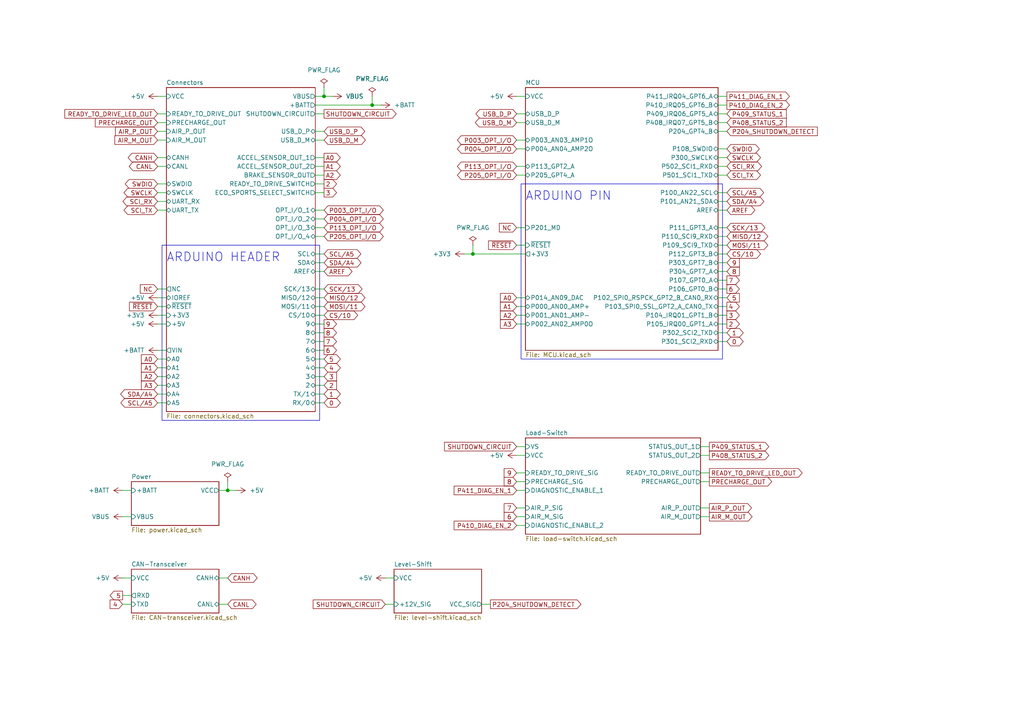
<source format=kicad_sch>
(kicad_sch (version 20230121) (generator eeschema)

  (uuid 10edd9b6-c7a8-40f4-bfe3-c9724324d30f)

  (paper "A4")

  (lib_symbols
    (symbol "power:+3V3" (power) (pin_names (offset 0)) (in_bom yes) (on_board yes)
      (property "Reference" "#PWR" (at 0 -3.81 0)
        (effects (font (size 1.27 1.27)) hide)
      )
      (property "Value" "+3V3" (at 0 3.556 0)
        (effects (font (size 1.27 1.27)))
      )
      (property "Footprint" "" (at 0 0 0)
        (effects (font (size 1.27 1.27)) hide)
      )
      (property "Datasheet" "" (at 0 0 0)
        (effects (font (size 1.27 1.27)) hide)
      )
      (property "ki_keywords" "global power" (at 0 0 0)
        (effects (font (size 1.27 1.27)) hide)
      )
      (property "ki_description" "Power symbol creates a global label with name \"+3V3\"" (at 0 0 0)
        (effects (font (size 1.27 1.27)) hide)
      )
      (symbol "+3V3_0_1"
        (polyline
          (pts
            (xy -0.762 1.27)
            (xy 0 2.54)
          )
          (stroke (width 0) (type default))
          (fill (type none))
        )
        (polyline
          (pts
            (xy 0 0)
            (xy 0 2.54)
          )
          (stroke (width 0) (type default))
          (fill (type none))
        )
        (polyline
          (pts
            (xy 0 2.54)
            (xy 0.762 1.27)
          )
          (stroke (width 0) (type default))
          (fill (type none))
        )
      )
      (symbol "+3V3_1_1"
        (pin power_in line (at 0 0 90) (length 0) hide
          (name "+3V3" (effects (font (size 1.27 1.27))))
          (number "1" (effects (font (size 1.27 1.27))))
        )
      )
    )
    (symbol "power:+5V" (power) (pin_names (offset 0)) (in_bom yes) (on_board yes)
      (property "Reference" "#PWR" (at 0 -3.81 0)
        (effects (font (size 1.27 1.27)) hide)
      )
      (property "Value" "+5V" (at 0 3.556 0)
        (effects (font (size 1.27 1.27)))
      )
      (property "Footprint" "" (at 0 0 0)
        (effects (font (size 1.27 1.27)) hide)
      )
      (property "Datasheet" "" (at 0 0 0)
        (effects (font (size 1.27 1.27)) hide)
      )
      (property "ki_keywords" "global power" (at 0 0 0)
        (effects (font (size 1.27 1.27)) hide)
      )
      (property "ki_description" "Power symbol creates a global label with name \"+5V\"" (at 0 0 0)
        (effects (font (size 1.27 1.27)) hide)
      )
      (symbol "+5V_0_1"
        (polyline
          (pts
            (xy -0.762 1.27)
            (xy 0 2.54)
          )
          (stroke (width 0) (type default))
          (fill (type none))
        )
        (polyline
          (pts
            (xy 0 0)
            (xy 0 2.54)
          )
          (stroke (width 0) (type default))
          (fill (type none))
        )
        (polyline
          (pts
            (xy 0 2.54)
            (xy 0.762 1.27)
          )
          (stroke (width 0) (type default))
          (fill (type none))
        )
      )
      (symbol "+5V_1_1"
        (pin power_in line (at 0 0 90) (length 0) hide
          (name "+5V" (effects (font (size 1.27 1.27))))
          (number "1" (effects (font (size 1.27 1.27))))
        )
      )
    )
    (symbol "power:+BATT" (power) (pin_names (offset 0)) (in_bom yes) (on_board yes)
      (property "Reference" "#PWR" (at 0 -3.81 0)
        (effects (font (size 1.27 1.27)) hide)
      )
      (property "Value" "+BATT" (at 0 3.556 0)
        (effects (font (size 1.27 1.27)))
      )
      (property "Footprint" "" (at 0 0 0)
        (effects (font (size 1.27 1.27)) hide)
      )
      (property "Datasheet" "" (at 0 0 0)
        (effects (font (size 1.27 1.27)) hide)
      )
      (property "ki_keywords" "global power battery" (at 0 0 0)
        (effects (font (size 1.27 1.27)) hide)
      )
      (property "ki_description" "Power symbol creates a global label with name \"+BATT\"" (at 0 0 0)
        (effects (font (size 1.27 1.27)) hide)
      )
      (symbol "+BATT_0_1"
        (polyline
          (pts
            (xy -0.762 1.27)
            (xy 0 2.54)
          )
          (stroke (width 0) (type default))
          (fill (type none))
        )
        (polyline
          (pts
            (xy 0 0)
            (xy 0 2.54)
          )
          (stroke (width 0) (type default))
          (fill (type none))
        )
        (polyline
          (pts
            (xy 0 2.54)
            (xy 0.762 1.27)
          )
          (stroke (width 0) (type default))
          (fill (type none))
        )
      )
      (symbol "+BATT_1_1"
        (pin power_in line (at 0 0 90) (length 0) hide
          (name "+BATT" (effects (font (size 1.27 1.27))))
          (number "1" (effects (font (size 1.27 1.27))))
        )
      )
    )
    (symbol "power:PWR_FLAG" (power) (pin_numbers hide) (pin_names (offset 0) hide) (in_bom yes) (on_board yes)
      (property "Reference" "#FLG" (at 0 1.905 0)
        (effects (font (size 1.27 1.27)) hide)
      )
      (property "Value" "PWR_FLAG" (at 0 3.81 0)
        (effects (font (size 1.27 1.27)))
      )
      (property "Footprint" "" (at 0 0 0)
        (effects (font (size 1.27 1.27)) hide)
      )
      (property "Datasheet" "~" (at 0 0 0)
        (effects (font (size 1.27 1.27)) hide)
      )
      (property "ki_keywords" "flag power" (at 0 0 0)
        (effects (font (size 1.27 1.27)) hide)
      )
      (property "ki_description" "Special symbol for telling ERC where power comes from" (at 0 0 0)
        (effects (font (size 1.27 1.27)) hide)
      )
      (symbol "PWR_FLAG_0_0"
        (pin power_out line (at 0 0 90) (length 0)
          (name "pwr" (effects (font (size 1.27 1.27))))
          (number "1" (effects (font (size 1.27 1.27))))
        )
      )
      (symbol "PWR_FLAG_0_1"
        (polyline
          (pts
            (xy 0 0)
            (xy 0 1.27)
            (xy -1.016 1.905)
            (xy 0 2.54)
            (xy 1.016 1.905)
            (xy 0 1.27)
          )
          (stroke (width 0) (type default))
          (fill (type none))
        )
      )
    )
    (symbol "power:VBUS" (power) (pin_names (offset 0)) (in_bom yes) (on_board yes)
      (property "Reference" "#PWR" (at 0 -3.81 0)
        (effects (font (size 1.27 1.27)) hide)
      )
      (property "Value" "VBUS" (at 0 3.81 0)
        (effects (font (size 1.27 1.27)))
      )
      (property "Footprint" "" (at 0 0 0)
        (effects (font (size 1.27 1.27)) hide)
      )
      (property "Datasheet" "" (at 0 0 0)
        (effects (font (size 1.27 1.27)) hide)
      )
      (property "ki_keywords" "global power" (at 0 0 0)
        (effects (font (size 1.27 1.27)) hide)
      )
      (property "ki_description" "Power symbol creates a global label with name \"VBUS\"" (at 0 0 0)
        (effects (font (size 1.27 1.27)) hide)
      )
      (symbol "VBUS_0_1"
        (polyline
          (pts
            (xy -0.762 1.27)
            (xy 0 2.54)
          )
          (stroke (width 0) (type default))
          (fill (type none))
        )
        (polyline
          (pts
            (xy 0 0)
            (xy 0 2.54)
          )
          (stroke (width 0) (type default))
          (fill (type none))
        )
        (polyline
          (pts
            (xy 0 2.54)
            (xy 0.762 1.27)
          )
          (stroke (width 0) (type default))
          (fill (type none))
        )
      )
      (symbol "VBUS_1_1"
        (pin power_in line (at 0 0 90) (length 0) hide
          (name "VBUS" (effects (font (size 1.27 1.27))))
          (number "1" (effects (font (size 1.27 1.27))))
        )
      )
    )
  )

  (junction (at 66.04 142.24) (diameter 0) (color 0 0 0 0)
    (uuid 2f36c844-d633-4644-a2fe-5506a0ab3887)
  )
  (junction (at 137.16 73.66) (diameter 0) (color 0 0 0 0)
    (uuid 916184cc-e4be-4b92-ae0b-dcb9d30a326d)
  )
  (junction (at 93.98 27.94) (diameter 0) (color 0 0 0 0)
    (uuid 9a5b9fb4-1581-495b-8dcc-0a199416250e)
  )
  (junction (at 107.95 30.48) (diameter 0) (color 0 0 0 0)
    (uuid df0e7615-b731-4528-a3a6-63d51d58c3db)
  )

  (wire (pts (xy 91.44 38.1) (xy 93.98 38.1))
    (stroke (width 0) (type default))
    (uuid 005c8c21-2412-47ef-ba2d-5083e0605106)
  )
  (wire (pts (xy 45.72 86.36) (xy 48.26 86.36))
    (stroke (width 0) (type default))
    (uuid 011a54b3-b79b-4182-ade8-55e4cfb9a95e)
  )
  (wire (pts (xy 63.5 142.24) (xy 66.04 142.24))
    (stroke (width 0) (type default))
    (uuid 0273518a-f3eb-4937-a84c-603658c5fcac)
  )
  (wire (pts (xy 66.04 142.24) (xy 68.58 142.24))
    (stroke (width 0) (type default))
    (uuid 05919cee-a617-4b4d-9bb5-b95b527aad21)
  )
  (wire (pts (xy 107.95 30.48) (xy 110.49 30.48))
    (stroke (width 0) (type default))
    (uuid 08c8835c-67b9-4c2d-8549-f2cc49896ef1)
  )
  (wire (pts (xy 208.28 35.56) (xy 210.82 35.56))
    (stroke (width 0) (type default))
    (uuid 0a3cd1fb-7c38-4f1e-b290-6fe023183370)
  )
  (wire (pts (xy 208.28 45.72) (xy 210.82 45.72))
    (stroke (width 0) (type default))
    (uuid 0c5afbb9-fd35-4d34-8a8b-e65636ea11d4)
  )
  (wire (pts (xy 45.72 114.3) (xy 48.26 114.3))
    (stroke (width 0) (type default))
    (uuid 105d9463-7db7-40de-a674-d54fb7caf67e)
  )
  (wire (pts (xy 208.28 60.96) (xy 210.82 60.96))
    (stroke (width 0) (type default))
    (uuid 157e5fb9-35b7-47b5-8532-30bd2cbfa43f)
  )
  (wire (pts (xy 45.72 58.42) (xy 48.26 58.42))
    (stroke (width 0) (type default))
    (uuid 16100a97-4703-49d0-b361-8e9d7b04b334)
  )
  (wire (pts (xy 149.86 66.04) (xy 152.4 66.04))
    (stroke (width 0) (type default))
    (uuid 16d32efe-62bf-4a90-a169-e81d5d0a8b07)
  )
  (wire (pts (xy 149.86 91.44) (xy 152.4 91.44))
    (stroke (width 0) (type default))
    (uuid 187019da-1b0b-4389-b842-13b296a1d312)
  )
  (wire (pts (xy 149.86 27.94) (xy 152.4 27.94))
    (stroke (width 0) (type default))
    (uuid 1bb6c2d1-1356-4828-b564-9ab9c28c9a58)
  )
  (wire (pts (xy 91.44 66.04) (xy 93.98 66.04))
    (stroke (width 0) (type default))
    (uuid 1c3e4a4e-9c3c-4e36-b1da-c265e96833b0)
  )
  (wire (pts (xy 111.76 167.64) (xy 114.3 167.64))
    (stroke (width 0) (type default))
    (uuid 1e44d384-1b2e-4137-9464-8f9e89bfdc92)
  )
  (wire (pts (xy 45.72 101.6) (xy 48.26 101.6))
    (stroke (width 0) (type default))
    (uuid 1fff4d15-b5a1-4302-87ce-9ddc10b20c9b)
  )
  (wire (pts (xy 203.2 132.08) (xy 205.74 132.08))
    (stroke (width 0) (type default))
    (uuid 20514e0a-2dfe-48d2-a382-823c6fc43c53)
  )
  (wire (pts (xy 45.72 40.64) (xy 48.26 40.64))
    (stroke (width 0) (type default))
    (uuid 20955dd1-0384-4957-82f5-313111e22eec)
  )
  (wire (pts (xy 35.56 175.26) (xy 38.1 175.26))
    (stroke (width 0) (type default))
    (uuid 21b5dd93-5292-4d33-a997-e11adc3ef593)
  )
  (wire (pts (xy 149.86 129.54) (xy 152.4 129.54))
    (stroke (width 0) (type default))
    (uuid 21dd478d-44be-4393-813c-ffc531dd1cda)
  )
  (wire (pts (xy 203.2 149.86) (xy 205.74 149.86))
    (stroke (width 0) (type default))
    (uuid 226616a2-5083-42da-afe3-106cfa7dfa56)
  )
  (wire (pts (xy 208.28 99.06) (xy 210.82 99.06))
    (stroke (width 0) (type default))
    (uuid 2538c504-97e0-4eb1-814f-43972e6474e2)
  )
  (wire (pts (xy 208.28 78.74) (xy 210.82 78.74))
    (stroke (width 0) (type default))
    (uuid 25e21247-24d4-41c5-a9e2-fb502388ffad)
  )
  (wire (pts (xy 149.86 43.18) (xy 152.4 43.18))
    (stroke (width 0) (type default))
    (uuid 2a6581fb-8380-4ecf-a703-552dd4e39b41)
  )
  (wire (pts (xy 208.28 30.48) (xy 210.82 30.48))
    (stroke (width 0) (type default))
    (uuid 30712965-15c1-4872-9177-181e33f7856d)
  )
  (wire (pts (xy 149.86 40.64) (xy 152.4 40.64))
    (stroke (width 0) (type default))
    (uuid 3283f8a6-dc94-41c2-a1b5-947c968b7d58)
  )
  (wire (pts (xy 208.28 50.8) (xy 210.82 50.8))
    (stroke (width 0) (type default))
    (uuid 34351981-8a78-4d81-848f-6771799bd883)
  )
  (wire (pts (xy 91.44 78.74) (xy 93.98 78.74))
    (stroke (width 0) (type default))
    (uuid 36dc81b8-40e8-4962-a736-186d724bebc4)
  )
  (wire (pts (xy 149.86 48.26) (xy 152.4 48.26))
    (stroke (width 0) (type default))
    (uuid 387bde14-d5f7-47c3-b907-bd9ec0d22884)
  )
  (wire (pts (xy 91.44 96.52) (xy 93.98 96.52))
    (stroke (width 0) (type default))
    (uuid 3c62f634-1f43-46bb-ba11-364eff811b28)
  )
  (wire (pts (xy 45.72 91.44) (xy 48.26 91.44))
    (stroke (width 0) (type default))
    (uuid 3d84a219-ee76-4d40-8c84-3d5423fe6194)
  )
  (wire (pts (xy 35.56 172.72) (xy 38.1 172.72))
    (stroke (width 0) (type default))
    (uuid 3e7fc8a8-bf1f-497b-945f-332730fbbb1d)
  )
  (wire (pts (xy 203.2 139.7) (xy 205.74 139.7))
    (stroke (width 0) (type default))
    (uuid 41c98dd3-bc9e-4c80-874c-4b3b6878e26f)
  )
  (wire (pts (xy 149.86 149.86) (xy 152.4 149.86))
    (stroke (width 0) (type default))
    (uuid 434e144b-06f1-444e-9f34-15787b0a2a04)
  )
  (wire (pts (xy 45.72 35.56) (xy 48.26 35.56))
    (stroke (width 0) (type default))
    (uuid 437ff99c-7db6-4986-bb56-dd70325f781d)
  )
  (wire (pts (xy 208.28 33.02) (xy 210.82 33.02))
    (stroke (width 0) (type default))
    (uuid 441e6dbc-2bf7-47f4-bcbe-a2225438d55a)
  )
  (wire (pts (xy 91.44 93.98) (xy 93.98 93.98))
    (stroke (width 0) (type default))
    (uuid 4b197121-0a78-4f7c-ba40-97b2e261c8c3)
  )
  (wire (pts (xy 45.72 33.02) (xy 48.26 33.02))
    (stroke (width 0) (type default))
    (uuid 4f7ccef4-2a07-40cc-8ed5-e8ec18dde93e)
  )
  (wire (pts (xy 93.98 27.94) (xy 96.52 27.94))
    (stroke (width 0) (type default))
    (uuid 4fef1294-d54f-451d-aa85-d0d638540d15)
  )
  (wire (pts (xy 63.5 175.26) (xy 66.04 175.26))
    (stroke (width 0) (type default))
    (uuid 511e84c8-e028-49d0-9aea-c10beaffb362)
  )
  (wire (pts (xy 203.2 137.16) (xy 205.74 137.16))
    (stroke (width 0) (type default))
    (uuid 54bd09bc-90fd-4dfc-8b5e-bbf0c221e224)
  )
  (wire (pts (xy 149.86 137.16) (xy 152.4 137.16))
    (stroke (width 0) (type default))
    (uuid 56f55977-2ed5-43c7-a3f1-c01757044a8c)
  )
  (wire (pts (xy 203.2 147.32) (xy 205.74 147.32))
    (stroke (width 0) (type default))
    (uuid 57d788d7-5ed5-4cce-8454-4038d27dd18f)
  )
  (wire (pts (xy 203.2 129.54) (xy 205.74 129.54))
    (stroke (width 0) (type default))
    (uuid 58364483-d375-43f3-bb7c-8a185d6f809d)
  )
  (wire (pts (xy 208.28 55.88) (xy 210.82 55.88))
    (stroke (width 0) (type default))
    (uuid 58e8d049-a43d-4ed7-9c70-0e7d1e903e92)
  )
  (wire (pts (xy 208.28 73.66) (xy 210.82 73.66))
    (stroke (width 0) (type default))
    (uuid 5bf32348-4761-44c0-812d-138e3ecccfff)
  )
  (wire (pts (xy 149.86 86.36) (xy 152.4 86.36))
    (stroke (width 0) (type default))
    (uuid 5c6d8baa-c119-45da-8aa6-e43c7c649322)
  )
  (wire (pts (xy 66.04 139.7) (xy 66.04 142.24))
    (stroke (width 0) (type default))
    (uuid 60ba37cd-6f77-417c-93fa-7c07c038a63b)
  )
  (wire (pts (xy 208.28 91.44) (xy 210.82 91.44))
    (stroke (width 0) (type default))
    (uuid 642ede53-7fbb-4d18-85b9-4c1f58b4fe73)
  )
  (wire (pts (xy 45.72 116.84) (xy 48.26 116.84))
    (stroke (width 0) (type default))
    (uuid 6666a168-96be-4823-beb8-1a2d8cb816ad)
  )
  (wire (pts (xy 208.28 58.42) (xy 210.82 58.42))
    (stroke (width 0) (type default))
    (uuid 67a6fae2-673a-4414-8644-76a28dc921ac)
  )
  (wire (pts (xy 35.56 149.86) (xy 38.1 149.86))
    (stroke (width 0) (type default))
    (uuid 6a65a59e-2610-4752-96c7-768b3e8a9c98)
  )
  (wire (pts (xy 91.44 50.8) (xy 93.98 50.8))
    (stroke (width 0) (type default))
    (uuid 6d6bc8a4-0e3f-4bef-933e-0c13afa96e95)
  )
  (wire (pts (xy 45.72 55.88) (xy 48.26 55.88))
    (stroke (width 0) (type default))
    (uuid 6e098798-1f3c-4d0d-9df0-33d2986cd815)
  )
  (wire (pts (xy 45.72 83.82) (xy 48.26 83.82))
    (stroke (width 0) (type default))
    (uuid 703f17ca-da83-4e69-81a8-521473bb5f9e)
  )
  (wire (pts (xy 208.28 83.82) (xy 210.82 83.82))
    (stroke (width 0) (type default))
    (uuid 707f35b8-c38f-4d1d-8aee-0799bfd3829f)
  )
  (wire (pts (xy 63.5 167.64) (xy 66.04 167.64))
    (stroke (width 0) (type default))
    (uuid 72e62258-982d-4bed-9723-f7af2abfce62)
  )
  (wire (pts (xy 208.28 27.94) (xy 210.82 27.94))
    (stroke (width 0) (type default))
    (uuid 78926c05-bc7d-401e-b8b0-33d869b8fe3d)
  )
  (wire (pts (xy 208.28 76.2) (xy 210.82 76.2))
    (stroke (width 0) (type default))
    (uuid 79028866-403d-4132-8513-884d78582e97)
  )
  (wire (pts (xy 149.86 139.7) (xy 152.4 139.7))
    (stroke (width 0) (type default))
    (uuid 819d2348-f3f1-4edd-8c86-d1d6df3f0d42)
  )
  (wire (pts (xy 45.72 106.68) (xy 48.26 106.68))
    (stroke (width 0) (type default))
    (uuid 824c32dd-909c-4634-bcbf-c4dc6974667c)
  )
  (wire (pts (xy 91.44 63.5) (xy 93.98 63.5))
    (stroke (width 0) (type default))
    (uuid 84e2c271-936d-4a10-a4f3-a4b06b231c55)
  )
  (wire (pts (xy 107.95 27.94) (xy 107.95 30.48))
    (stroke (width 0) (type default))
    (uuid 8affa792-9b48-4b99-ba95-0c60096e040b)
  )
  (wire (pts (xy 149.86 152.4) (xy 152.4 152.4))
    (stroke (width 0) (type default))
    (uuid 9080a63f-e6db-4b18-8228-f504f8138e37)
  )
  (wire (pts (xy 91.44 101.6) (xy 93.98 101.6))
    (stroke (width 0) (type default))
    (uuid 927b26c8-aa0f-4b67-b692-d2c4c7ba837b)
  )
  (wire (pts (xy 149.86 50.8) (xy 152.4 50.8))
    (stroke (width 0) (type default))
    (uuid 953afc0c-1c84-4f22-9be3-f9069369ef0c)
  )
  (wire (pts (xy 91.44 91.44) (xy 93.98 91.44))
    (stroke (width 0) (type default))
    (uuid 97422136-c237-4e8a-b5cc-11979de49a01)
  )
  (wire (pts (xy 208.28 86.36) (xy 210.82 86.36))
    (stroke (width 0) (type default))
    (uuid 9a5ce74c-81cb-4699-b274-765dafbecf22)
  )
  (wire (pts (xy 45.72 88.9) (xy 48.26 88.9))
    (stroke (width 0) (type default))
    (uuid 9c6b9881-e766-49ee-b655-c6c8c9642e7b)
  )
  (wire (pts (xy 45.72 104.14) (xy 48.26 104.14))
    (stroke (width 0) (type default))
    (uuid 9f1402df-48d0-4306-9fc8-ae16bc3de1c7)
  )
  (wire (pts (xy 45.72 93.98) (xy 48.26 93.98))
    (stroke (width 0) (type default))
    (uuid a303bd51-6253-436d-beea-0fe972a57074)
  )
  (wire (pts (xy 137.16 73.66) (xy 152.4 73.66))
    (stroke (width 0) (type default))
    (uuid a33a5d7c-50dc-4653-8eb6-770bf2a113ac)
  )
  (wire (pts (xy 208.28 93.98) (xy 210.82 93.98))
    (stroke (width 0) (type default))
    (uuid a44f2132-2873-4a78-849d-a81904ede51d)
  )
  (wire (pts (xy 208.28 88.9) (xy 210.82 88.9))
    (stroke (width 0) (type default))
    (uuid a4bbdc30-514f-4f5f-af01-be00a00c217d)
  )
  (wire (pts (xy 45.72 60.96) (xy 48.26 60.96))
    (stroke (width 0) (type default))
    (uuid a775704f-9b39-45a3-9650-c495bf1fb827)
  )
  (wire (pts (xy 91.44 104.14) (xy 93.98 104.14))
    (stroke (width 0) (type default))
    (uuid abd74ae7-e037-4cb5-918d-e391be301c57)
  )
  (wire (pts (xy 91.44 27.94) (xy 93.98 27.94))
    (stroke (width 0) (type default))
    (uuid acf5b41d-43ae-4e18-a5a6-1ea552f72572)
  )
  (wire (pts (xy 149.86 132.08) (xy 152.4 132.08))
    (stroke (width 0) (type default))
    (uuid b07c05e5-4f49-4f3d-9b6d-1134bef1d095)
  )
  (wire (pts (xy 91.44 40.64) (xy 93.98 40.64))
    (stroke (width 0) (type default))
    (uuid b362ed5c-4789-43de-9c70-f187462114e8)
  )
  (wire (pts (xy 111.76 175.26) (xy 114.3 175.26))
    (stroke (width 0) (type default))
    (uuid b5322efd-cd34-4909-980f-da5518626ceb)
  )
  (wire (pts (xy 134.62 73.66) (xy 137.16 73.66))
    (stroke (width 0) (type default))
    (uuid b6785b3f-71f4-4eff-ab15-016dfc20b7f4)
  )
  (wire (pts (xy 208.28 43.18) (xy 210.82 43.18))
    (stroke (width 0) (type default))
    (uuid b77880b8-2390-40bd-a4ec-b615e0c260e2)
  )
  (wire (pts (xy 45.72 38.1) (xy 48.26 38.1))
    (stroke (width 0) (type default))
    (uuid b7b857f6-aaeb-4d90-acaa-ed1ed2fa5e48)
  )
  (wire (pts (xy 91.44 88.9) (xy 93.98 88.9))
    (stroke (width 0) (type default))
    (uuid ba7dee15-507f-4cda-b314-38c077d3c7e7)
  )
  (wire (pts (xy 91.44 30.48) (xy 107.95 30.48))
    (stroke (width 0) (type default))
    (uuid bf981047-b68d-4048-a2b6-15b066bb2786)
  )
  (wire (pts (xy 208.28 71.12) (xy 210.82 71.12))
    (stroke (width 0) (type default))
    (uuid c3f41b6b-3da1-4abe-8c68-5b80c8b9c58b)
  )
  (wire (pts (xy 91.44 116.84) (xy 93.98 116.84))
    (stroke (width 0) (type default))
    (uuid c67dbd50-196a-4e1d-a8cd-ea964aef85dc)
  )
  (wire (pts (xy 208.28 96.52) (xy 210.82 96.52))
    (stroke (width 0) (type default))
    (uuid c7ee1add-9d9b-4fa4-9d0d-bfe4315734d4)
  )
  (wire (pts (xy 149.86 35.56) (xy 152.4 35.56))
    (stroke (width 0) (type default))
    (uuid c92d5c0e-8b03-4270-9111-af7d794471a1)
  )
  (wire (pts (xy 91.44 76.2) (xy 93.98 76.2))
    (stroke (width 0) (type default))
    (uuid ca4ca307-29fd-459a-b62a-bec29f6e67a4)
  )
  (wire (pts (xy 45.72 48.26) (xy 48.26 48.26))
    (stroke (width 0) (type default))
    (uuid ca7883fb-fba9-4f06-a9fd-3241ed918e70)
  )
  (wire (pts (xy 208.28 66.04) (xy 210.82 66.04))
    (stroke (width 0) (type default))
    (uuid cd498643-807b-42ce-9c76-5494032b41d4)
  )
  (wire (pts (xy 91.44 73.66) (xy 93.98 73.66))
    (stroke (width 0) (type default))
    (uuid cdedeacf-5d14-481d-8f0c-c2e3cb439203)
  )
  (wire (pts (xy 149.86 33.02) (xy 152.4 33.02))
    (stroke (width 0) (type default))
    (uuid ce5d4763-1830-4dc9-be2e-c887ad6b18b4)
  )
  (wire (pts (xy 91.44 48.26) (xy 93.98 48.26))
    (stroke (width 0) (type default))
    (uuid cf381314-da39-4afe-9d47-b54af0248391)
  )
  (wire (pts (xy 91.44 114.3) (xy 93.98 114.3))
    (stroke (width 0) (type default))
    (uuid cfd5371f-fa1e-461c-97c9-00553b9f26cd)
  )
  (wire (pts (xy 149.86 93.98) (xy 152.4 93.98))
    (stroke (width 0) (type default))
    (uuid d2a28af0-2363-4b54-8931-8cc7b69e6324)
  )
  (wire (pts (xy 91.44 53.34) (xy 93.98 53.34))
    (stroke (width 0) (type default))
    (uuid d2c60418-1d10-4401-960b-33cdff631e03)
  )
  (wire (pts (xy 208.28 68.58) (xy 210.82 68.58))
    (stroke (width 0) (type default))
    (uuid d33d938d-da61-4a57-8ff0-6d7e19a8ff12)
  )
  (wire (pts (xy 45.72 45.72) (xy 48.26 45.72))
    (stroke (width 0) (type default))
    (uuid d3fa658f-131f-42ab-946e-44382814b8e5)
  )
  (wire (pts (xy 208.28 48.26) (xy 210.82 48.26))
    (stroke (width 0) (type default))
    (uuid d8dc3c55-87e0-4775-9c2f-c4bdff224b5c)
  )
  (wire (pts (xy 45.72 111.76) (xy 48.26 111.76))
    (stroke (width 0) (type default))
    (uuid d9ae0ef9-eed7-40d5-b7bb-8fbdaf17c31d)
  )
  (wire (pts (xy 45.72 53.34) (xy 48.26 53.34))
    (stroke (width 0) (type default))
    (uuid d9cf45a2-cfce-4765-a100-513f8856510f)
  )
  (wire (pts (xy 91.44 55.88) (xy 93.98 55.88))
    (stroke (width 0) (type default))
    (uuid daa8304d-c72d-4b0d-a277-e7f411ff10db)
  )
  (wire (pts (xy 149.86 142.24) (xy 152.4 142.24))
    (stroke (width 0) (type default))
    (uuid db6f68b8-a39d-477f-884a-869f9ac37d1a)
  )
  (wire (pts (xy 208.28 38.1) (xy 210.82 38.1))
    (stroke (width 0) (type default))
    (uuid db93b781-5603-4c43-b365-21e3b951f13a)
  )
  (wire (pts (xy 91.44 33.02) (xy 93.98 33.02))
    (stroke (width 0) (type default))
    (uuid dcaf9944-ef52-4014-abf4-77e5660d1fa8)
  )
  (wire (pts (xy 137.16 71.12) (xy 137.16 73.66))
    (stroke (width 0) (type default))
    (uuid dd17e590-0f27-4111-870d-49764401542c)
  )
  (wire (pts (xy 91.44 99.06) (xy 93.98 99.06))
    (stroke (width 0) (type default))
    (uuid ddb7fa1e-2453-4d44-9ac1-7cd34e468378)
  )
  (wire (pts (xy 45.72 27.94) (xy 48.26 27.94))
    (stroke (width 0) (type default))
    (uuid e5bb14bc-79eb-4e2d-84a4-00c81c7d5abc)
  )
  (wire (pts (xy 93.98 25.4) (xy 93.98 27.94))
    (stroke (width 0) (type default))
    (uuid e7b29e30-1f1c-48c5-b218-a1dba065ab77)
  )
  (wire (pts (xy 35.56 167.64) (xy 38.1 167.64))
    (stroke (width 0) (type default))
    (uuid ea249c5b-6986-482f-969e-3a044c8f61a2)
  )
  (wire (pts (xy 91.44 106.68) (xy 93.98 106.68))
    (stroke (width 0) (type default))
    (uuid ec969f27-16ee-4df4-a2b4-5a13c9182af8)
  )
  (wire (pts (xy 91.44 86.36) (xy 93.98 86.36))
    (stroke (width 0) (type default))
    (uuid ecd93dc1-f6c7-4b8a-8d57-137a99896792)
  )
  (wire (pts (xy 45.72 109.22) (xy 48.26 109.22))
    (stroke (width 0) (type default))
    (uuid efaf3e39-b809-4f45-a32f-d48547263cb4)
  )
  (wire (pts (xy 91.44 45.72) (xy 93.98 45.72))
    (stroke (width 0) (type default))
    (uuid efd7fddc-16ab-4938-8412-77d9aa9406e3)
  )
  (wire (pts (xy 91.44 109.22) (xy 93.98 109.22))
    (stroke (width 0) (type default))
    (uuid f14f92cf-54e3-47ab-9697-4350cd521a04)
  )
  (wire (pts (xy 139.7 175.26) (xy 142.24 175.26))
    (stroke (width 0) (type default))
    (uuid f281cb54-2392-4c63-8def-b7212740cfda)
  )
  (wire (pts (xy 35.56 142.24) (xy 38.1 142.24))
    (stroke (width 0) (type default))
    (uuid f35d9fe6-6864-467c-bd22-d17d48d88176)
  )
  (wire (pts (xy 149.86 88.9) (xy 152.4 88.9))
    (stroke (width 0) (type default))
    (uuid f3d6275d-2be8-447d-92ad-735cd0205f30)
  )
  (wire (pts (xy 149.86 147.32) (xy 152.4 147.32))
    (stroke (width 0) (type default))
    (uuid f4517d2f-3280-436f-84dc-5838735bf46f)
  )
  (wire (pts (xy 91.44 111.76) (xy 93.98 111.76))
    (stroke (width 0) (type default))
    (uuid f4740e09-8bc3-4df5-a547-cf26d34e9f4d)
  )
  (wire (pts (xy 208.28 81.28) (xy 210.82 81.28))
    (stroke (width 0) (type default))
    (uuid f6558b1e-2d0a-4c4d-9042-bd5604f754e4)
  )
  (wire (pts (xy 149.86 71.12) (xy 152.4 71.12))
    (stroke (width 0) (type default))
    (uuid f7763efc-4a18-4339-989c-fd8f9ed32eee)
  )
  (wire (pts (xy 91.44 83.82) (xy 93.98 83.82))
    (stroke (width 0) (type default))
    (uuid f7bab54a-7845-4080-bc7a-715029947b2d)
  )
  (wire (pts (xy 91.44 68.58) (xy 93.98 68.58))
    (stroke (width 0) (type default))
    (uuid fa2bb605-dfea-4b03-a79e-aa9c20d7108a)
  )
  (wire (pts (xy 91.44 60.96) (xy 93.98 60.96))
    (stroke (width 0) (type default))
    (uuid fbb4d728-91c1-49f0-9a96-31f5686a9123)
  )

  (rectangle (start 151.13 53.34) (end 209.55 104.14)
    (stroke (width 0) (type default))
    (fill (type none))
    (uuid 06585719-fb70-49ff-bc55-b926da18e66b)
  )
  (rectangle (start 46.99 71.12) (end 92.71 121.92)
    (stroke (width 0) (type default))
    (fill (type none))
    (uuid 8229fb83-3166-4100-b050-fd9aad3e63c9)
  )

  (text "ARDUINO HEADER" (at 48.26 76.2 0)
    (effects (font (size 2.54 2.54)) (justify left bottom))
    (uuid 4e6a0378-2e5d-4575-9ffe-2f2293296790)
  )
  (text "ARDUINO PIN" (at 152.4 58.42 0)
    (effects (font (size 2.54 2.54)) (justify left bottom))
    (uuid d315f30d-ff2c-44ed-8c19-9973f28d04a1)
  )

  (global_label "A0" (shape output) (at 93.98 45.72 0) (fields_autoplaced)
    (effects (font (size 1.27 1.27)) (justify left))
    (uuid 0246f4fd-b971-4702-80d6-9b7f4ed29a32)
    (property "Intersheetrefs" "${INTERSHEET_REFS}" (at 99.2633 45.72 0)
      (effects (font (size 1.27 1.27)) (justify left) hide)
    )
  )
  (global_label "USB_D_M" (shape bidirectional) (at 93.98 40.64 0) (fields_autoplaced)
    (effects (font (size 1.27 1.27)) (justify left))
    (uuid 0a4361fc-9648-4385-a6db-f30e39f46de0)
    (property "Intersheetrefs" "${INTERSHEET_REFS}" (at 106.5431 40.64 0)
      (effects (font (size 1.27 1.27)) (justify left) hide)
    )
  )
  (global_label "A1" (shape input) (at 149.86 88.9 180) (fields_autoplaced)
    (effects (font (size 1.27 1.27)) (justify right))
    (uuid 0ab85c92-8a04-4b64-b3a6-e77a8e558c02)
    (property "Intersheetrefs" "${INTERSHEET_REFS}" (at 144.5767 88.9 0)
      (effects (font (size 1.27 1.27)) (justify right) hide)
    )
  )
  (global_label "USB_D_P" (shape bidirectional) (at 93.98 38.1 0) (fields_autoplaced)
    (effects (font (size 1.27 1.27)) (justify left))
    (uuid 0ea81356-5e95-4db0-9570-6bb4fb08ae2b)
    (property "Intersheetrefs" "${INTERSHEET_REFS}" (at 106.3617 38.1 0)
      (effects (font (size 1.27 1.27)) (justify left) hide)
    )
  )
  (global_label "P411_DIAG_EN_1" (shape input) (at 149.86 142.24 180) (fields_autoplaced)
    (effects (font (size 1.27 1.27)) (justify right))
    (uuid 0f928b61-25d1-434c-b275-762f10d3cbb5)
    (property "Intersheetrefs" "${INTERSHEET_REFS}" (at 131.1511 142.24 0)
      (effects (font (size 1.27 1.27)) (justify right) hide)
    )
  )
  (global_label "CANL" (shape bidirectional) (at 45.72 48.26 180) (fields_autoplaced)
    (effects (font (size 1.27 1.27)) (justify right))
    (uuid 117d917c-1d22-4c78-8a95-54d76c6fba05)
    (property "Intersheetrefs" "${INTERSHEET_REFS}" (at 36.9063 48.26 0)
      (effects (font (size 1.27 1.27)) (justify right) hide)
    )
  )
  (global_label "5" (shape output) (at 35.56 172.72 180) (fields_autoplaced)
    (effects (font (size 1.27 1.27)) (justify right))
    (uuid 12e64f02-7df1-4e2e-bfc5-f1210b7f7301)
    (property "Intersheetrefs" "${INTERSHEET_REFS}" (at 31.3653 172.72 0)
      (effects (font (size 1.27 1.27)) (justify right) hide)
    )
  )
  (global_label "CS{slash}10" (shape bidirectional) (at 93.98 91.44 0) (fields_autoplaced)
    (effects (font (size 1.27 1.27)) (justify left))
    (uuid 151e481e-ce1a-4255-8920-bfcb1e8969db)
    (property "Intersheetrefs" "${INTERSHEET_REFS}" (at 104.3055 91.44 0)
      (effects (font (size 1.27 1.27)) (justify left) hide)
    )
  )
  (global_label "5" (shape input) (at 210.82 86.36 0) (fields_autoplaced)
    (effects (font (size 1.27 1.27)) (justify left))
    (uuid 19b84fb0-92e2-4967-9cd2-d85b80f0a0f2)
    (property "Intersheetrefs" "${INTERSHEET_REFS}" (at 215.0147 86.36 0)
      (effects (font (size 1.27 1.27)) (justify left) hide)
    )
  )
  (global_label "3" (shape output) (at 93.98 55.88 0) (fields_autoplaced)
    (effects (font (size 1.27 1.27)) (justify left))
    (uuid 1a271f06-8901-4fee-a22f-b9a8a2472d99)
    (property "Intersheetrefs" "${INTERSHEET_REFS}" (at 98.1747 55.88 0)
      (effects (font (size 1.27 1.27)) (justify left) hide)
    )
  )
  (global_label "P004_OPT_I{slash}O" (shape bidirectional) (at 93.98 63.5 0) (fields_autoplaced)
    (effects (font (size 1.27 1.27)) (justify left))
    (uuid 1a553fb9-5693-4f64-9359-4f6c9bb51563)
    (property "Intersheetrefs" "${INTERSHEET_REFS}" (at 111.7441 63.5 0)
      (effects (font (size 1.27 1.27)) (justify left) hide)
    )
  )
  (global_label "7" (shape input) (at 149.86 147.32 180) (fields_autoplaced)
    (effects (font (size 1.27 1.27)) (justify right))
    (uuid 1a5db707-768c-402e-ba4a-90fde0b07c1d)
    (property "Intersheetrefs" "${INTERSHEET_REFS}" (at 145.6653 147.32 0)
      (effects (font (size 1.27 1.27)) (justify right) hide)
    )
  )
  (global_label "CS{slash}10" (shape bidirectional) (at 210.82 73.66 0) (fields_autoplaced)
    (effects (font (size 1.27 1.27)) (justify left))
    (uuid 21ab0321-2897-4db7-b8fc-e2a0c635df33)
    (property "Intersheetrefs" "${INTERSHEET_REFS}" (at 221.1455 73.66 0)
      (effects (font (size 1.27 1.27)) (justify left) hide)
    )
  )
  (global_label "MOSI{slash}11" (shape bidirectional) (at 210.82 71.12 0) (fields_autoplaced)
    (effects (font (size 1.27 1.27)) (justify left))
    (uuid 223aa95a-f460-44c5-a221-340a5a9898ed)
    (property "Intersheetrefs" "${INTERSHEET_REFS}" (at 223.2622 71.12 0)
      (effects (font (size 1.27 1.27)) (justify left) hide)
    )
  )
  (global_label "1" (shape bidirectional) (at 210.82 96.52 0) (fields_autoplaced)
    (effects (font (size 1.27 1.27)) (justify left))
    (uuid 2327769f-9072-4820-9299-cf3282bec92b)
    (property "Intersheetrefs" "${INTERSHEET_REFS}" (at 216.126 96.52 0)
      (effects (font (size 1.27 1.27)) (justify left) hide)
    )
  )
  (global_label "8" (shape input) (at 149.86 139.7 180) (fields_autoplaced)
    (effects (font (size 1.27 1.27)) (justify right))
    (uuid 25070c12-2269-488d-904b-437ec686e50b)
    (property "Intersheetrefs" "${INTERSHEET_REFS}" (at 145.6653 139.7 0)
      (effects (font (size 1.27 1.27)) (justify right) hide)
    )
  )
  (global_label "A0" (shape input) (at 45.72 104.14 180) (fields_autoplaced)
    (effects (font (size 1.27 1.27)) (justify right))
    (uuid 26429758-dc23-40c3-8bf7-7b70cf9972e4)
    (property "Intersheetrefs" "${INTERSHEET_REFS}" (at 40.4367 104.14 0)
      (effects (font (size 1.27 1.27)) (justify right) hide)
    )
  )
  (global_label "P408_STATUS_2" (shape input) (at 210.82 35.56 0) (fields_autoplaced)
    (effects (font (size 1.27 1.27)) (justify left))
    (uuid 268b4f16-5931-4336-805f-54b6403e2be5)
    (property "Intersheetrefs" "${INTERSHEET_REFS}" (at 228.6217 35.56 0)
      (effects (font (size 1.27 1.27)) (justify left) hide)
    )
  )
  (global_label "6" (shape output) (at 210.82 83.82 0) (fields_autoplaced)
    (effects (font (size 1.27 1.27)) (justify left))
    (uuid 26f41d3e-c8fd-40ce-8726-3f7f2a92330e)
    (property "Intersheetrefs" "${INTERSHEET_REFS}" (at 215.0147 83.82 0)
      (effects (font (size 1.27 1.27)) (justify left) hide)
    )
  )
  (global_label "P409_STATUS_1" (shape output) (at 205.74 129.54 0) (fields_autoplaced)
    (effects (font (size 1.27 1.27)) (justify left))
    (uuid 28168e85-d4af-430c-b16a-fe06636b4c0f)
    (property "Intersheetrefs" "${INTERSHEET_REFS}" (at 223.5417 129.54 0)
      (effects (font (size 1.27 1.27)) (justify left) hide)
    )
  )
  (global_label "8" (shape output) (at 93.98 96.52 0) (fields_autoplaced)
    (effects (font (size 1.27 1.27)) (justify left))
    (uuid 2f4d0370-f8a1-4a82-be65-ac67105d30ff)
    (property "Intersheetrefs" "${INTERSHEET_REFS}" (at 98.1747 96.52 0)
      (effects (font (size 1.27 1.27)) (justify left) hide)
    )
  )
  (global_label "PRECHARGE_OUT" (shape output) (at 205.74 139.7 0) (fields_autoplaced)
    (effects (font (size 1.27 1.27)) (justify left))
    (uuid 2f9cb102-adf1-464f-9a11-661067a796d0)
    (property "Intersheetrefs" "${INTERSHEET_REFS}" (at 224.3885 139.7 0)
      (effects (font (size 1.27 1.27)) (justify left) hide)
    )
  )
  (global_label "P003_OPT_I{slash}O" (shape bidirectional) (at 149.86 40.64 180) (fields_autoplaced)
    (effects (font (size 1.27 1.27)) (justify right))
    (uuid 33b224e4-d739-4408-af82-b98025d64050)
    (property "Intersheetrefs" "${INTERSHEET_REFS}" (at 132.0959 40.64 0)
      (effects (font (size 1.27 1.27)) (justify right) hide)
    )
  )
  (global_label "6" (shape input) (at 149.86 149.86 180) (fields_autoplaced)
    (effects (font (size 1.27 1.27)) (justify right))
    (uuid 37f55ed3-8050-4577-b59b-ae06847a1e52)
    (property "Intersheetrefs" "${INTERSHEET_REFS}" (at 145.6653 149.86 0)
      (effects (font (size 1.27 1.27)) (justify right) hide)
    )
  )
  (global_label "AIR_P_OUT" (shape input) (at 45.72 38.1 180) (fields_autoplaced)
    (effects (font (size 1.27 1.27)) (justify right))
    (uuid 3cccb3a0-b8c6-4366-b2a5-1ae8d1e5d68b)
    (property "Intersheetrefs" "${INTERSHEET_REFS}" (at 32.9376 38.1 0)
      (effects (font (size 1.27 1.27)) (justify right) hide)
    )
  )
  (global_label "MOSI{slash}11" (shape bidirectional) (at 93.98 88.9 0) (fields_autoplaced)
    (effects (font (size 1.27 1.27)) (justify left))
    (uuid 4393140b-9511-440a-b3c3-ec5771910528)
    (property "Intersheetrefs" "${INTERSHEET_REFS}" (at 106.4222 88.9 0)
      (effects (font (size 1.27 1.27)) (justify left) hide)
    )
  )
  (global_label "SCK{slash}13" (shape bidirectional) (at 93.98 83.82 0) (fields_autoplaced)
    (effects (font (size 1.27 1.27)) (justify left))
    (uuid 440cc613-efa5-49e6-bc2c-ac5ee9682def)
    (property "Intersheetrefs" "${INTERSHEET_REFS}" (at 105.5755 83.82 0)
      (effects (font (size 1.27 1.27)) (justify left) hide)
    )
  )
  (global_label "READY_TO_DRIVE_LED_OUT" (shape input) (at 45.72 33.02 180) (fields_autoplaced)
    (effects (font (size 1.27 1.27)) (justify right))
    (uuid 4522cf1d-a54d-4bac-a368-0ff16f3d5f10)
    (property "Intersheetrefs" "${INTERSHEET_REFS}" (at 18.242 33.02 0)
      (effects (font (size 1.27 1.27)) (justify right) hide)
    )
  )
  (global_label "2" (shape output) (at 93.98 53.34 0) (fields_autoplaced)
    (effects (font (size 1.27 1.27)) (justify left))
    (uuid 465f45df-863f-4dd2-b9a3-9e7e53addd1c)
    (property "Intersheetrefs" "${INTERSHEET_REFS}" (at 98.1747 53.34 0)
      (effects (font (size 1.27 1.27)) (justify left) hide)
    )
  )
  (global_label "SWDIO" (shape bidirectional) (at 45.72 53.34 180) (fields_autoplaced)
    (effects (font (size 1.27 1.27)) (justify right))
    (uuid 48ef9cdd-a81b-4562-8738-a7900f5d3114)
    (property "Intersheetrefs" "${INTERSHEET_REFS}" (at 35.7573 53.34 0)
      (effects (font (size 1.27 1.27)) (justify right) hide)
    )
  )
  (global_label "P204_SHUTDOWN_DETECT" (shape input) (at 210.82 38.1 0) (fields_autoplaced)
    (effects (font (size 1.27 1.27)) (justify left))
    (uuid 4b542853-74cc-40be-81f5-6b459097f873)
    (property "Intersheetrefs" "${INTERSHEET_REFS}" (at 237.6326 38.1 0)
      (effects (font (size 1.27 1.27)) (justify left) hide)
    )
  )
  (global_label "5" (shape bidirectional) (at 93.98 104.14 0) (fields_autoplaced)
    (effects (font (size 1.27 1.27)) (justify left))
    (uuid 4ba01138-fecc-44d2-a8a8-684eb3410069)
    (property "Intersheetrefs" "${INTERSHEET_REFS}" (at 99.286 104.14 0)
      (effects (font (size 1.27 1.27)) (justify left) hide)
    )
  )
  (global_label "SDA{slash}A4" (shape bidirectional) (at 210.82 58.42 0) (fields_autoplaced)
    (effects (font (size 1.27 1.27)) (justify left))
    (uuid 526bc0dc-5230-4aef-ad83-a6e774b3398d)
    (property "Intersheetrefs" "${INTERSHEET_REFS}" (at 222.1132 58.42 0)
      (effects (font (size 1.27 1.27)) (justify left) hide)
    )
  )
  (global_label "~{RESET}" (shape input) (at 149.86 71.12 180) (fields_autoplaced)
    (effects (font (size 1.27 1.27)) (justify right))
    (uuid 52c4ed11-32b2-4f49-8656-e114eaecd536)
    (property "Intersheetrefs" "${INTERSHEET_REFS}" (at 141.1297 71.12 0)
      (effects (font (size 1.27 1.27)) (justify right) hide)
    )
  )
  (global_label "7" (shape output) (at 210.82 81.28 0) (fields_autoplaced)
    (effects (font (size 1.27 1.27)) (justify left))
    (uuid 56168fb8-0829-4f98-885a-549e196f8591)
    (property "Intersheetrefs" "${INTERSHEET_REFS}" (at 215.0147 81.28 0)
      (effects (font (size 1.27 1.27)) (justify left) hide)
    )
  )
  (global_label "P409_STATUS_1" (shape input) (at 210.82 33.02 0) (fields_autoplaced)
    (effects (font (size 1.27 1.27)) (justify left))
    (uuid 5930d42d-28ed-4b81-b910-f962db21da45)
    (property "Intersheetrefs" "${INTERSHEET_REFS}" (at 228.6217 33.02 0)
      (effects (font (size 1.27 1.27)) (justify left) hide)
    )
  )
  (global_label "USB_D_M" (shape bidirectional) (at 149.86 35.56 180) (fields_autoplaced)
    (effects (font (size 1.27 1.27)) (justify right))
    (uuid 5cc91bfd-9ebd-42fa-9200-e50192b7ba7a)
    (property "Intersheetrefs" "${INTERSHEET_REFS}" (at 137.2969 35.56 0)
      (effects (font (size 1.27 1.27)) (justify right) hide)
    )
  )
  (global_label "SHUTDOWN_CIRCUIT" (shape output) (at 93.98 33.02 0) (fields_autoplaced)
    (effects (font (size 1.27 1.27)) (justify left))
    (uuid 5ce25e97-43a0-40a7-9dcb-5985d023d987)
    (property "Intersheetrefs" "${INTERSHEET_REFS}" (at 115.471 33.02 0)
      (effects (font (size 1.27 1.27)) (justify left) hide)
    )
  )
  (global_label "P411_DIAG_EN_1" (shape output) (at 210.82 27.94 0) (fields_autoplaced)
    (effects (font (size 1.27 1.27)) (justify left))
    (uuid 5fcea6c9-d984-45db-bc4b-ca2db3ec2fa9)
    (property "Intersheetrefs" "${INTERSHEET_REFS}" (at 229.5289 27.94 0)
      (effects (font (size 1.27 1.27)) (justify left) hide)
    )
  )
  (global_label "P205_OPT_I{slash}O" (shape bidirectional) (at 93.98 68.58 0) (fields_autoplaced)
    (effects (font (size 1.27 1.27)) (justify left))
    (uuid 60c8d7b8-c1cb-4c6a-8954-91e3831fe018)
    (property "Intersheetrefs" "${INTERSHEET_REFS}" (at 111.7441 68.58 0)
      (effects (font (size 1.27 1.27)) (justify left) hide)
    )
  )
  (global_label "1" (shape bidirectional) (at 93.98 114.3 0) (fields_autoplaced)
    (effects (font (size 1.27 1.27)) (justify left))
    (uuid 62c0a7ae-b45f-42e5-be65-c2f571c71e0b)
    (property "Intersheetrefs" "${INTERSHEET_REFS}" (at 99.286 114.3 0)
      (effects (font (size 1.27 1.27)) (justify left) hide)
    )
  )
  (global_label "9" (shape input) (at 210.82 76.2 0) (fields_autoplaced)
    (effects (font (size 1.27 1.27)) (justify left))
    (uuid 69dea0a9-13c6-4166-8cc5-2ee103080d80)
    (property "Intersheetrefs" "${INTERSHEET_REFS}" (at 215.0147 76.2 0)
      (effects (font (size 1.27 1.27)) (justify left) hide)
    )
  )
  (global_label "A3" (shape input) (at 149.86 93.98 180) (fields_autoplaced)
    (effects (font (size 1.27 1.27)) (justify right))
    (uuid 6f8a6900-f451-43ac-9b54-c16f1e8dda07)
    (property "Intersheetrefs" "${INTERSHEET_REFS}" (at 144.5767 93.98 0)
      (effects (font (size 1.27 1.27)) (justify right) hide)
    )
  )
  (global_label "P204_SHUTDOWN_DETECT" (shape output) (at 142.24 175.26 0) (fields_autoplaced)
    (effects (font (size 1.27 1.27)) (justify left))
    (uuid 6fb2a102-e716-4e20-a1a9-47974794aa01)
    (property "Intersheetrefs" "${INTERSHEET_REFS}" (at 169.0526 175.26 0)
      (effects (font (size 1.27 1.27)) (justify left) hide)
    )
  )
  (global_label "2" (shape input) (at 93.98 111.76 0) (fields_autoplaced)
    (effects (font (size 1.27 1.27)) (justify left))
    (uuid 71007eb6-785d-481e-a5a3-53f4efaeffe3)
    (property "Intersheetrefs" "${INTERSHEET_REFS}" (at 98.1747 111.76 0)
      (effects (font (size 1.27 1.27)) (justify left) hide)
    )
  )
  (global_label "A2" (shape input) (at 45.72 109.22 180) (fields_autoplaced)
    (effects (font (size 1.27 1.27)) (justify right))
    (uuid 71be61f9-a519-478e-98ec-586f31bd269e)
    (property "Intersheetrefs" "${INTERSHEET_REFS}" (at 40.4367 109.22 0)
      (effects (font (size 1.27 1.27)) (justify right) hide)
    )
  )
  (global_label "NC" (shape input) (at 45.72 83.82 180) (fields_autoplaced)
    (effects (font (size 1.27 1.27)) (justify right))
    (uuid 724f419d-7277-442c-8bdc-02082ee9f8da)
    (property "Intersheetrefs" "${INTERSHEET_REFS}" (at 40.1343 83.82 0)
      (effects (font (size 1.27 1.27)) (justify right) hide)
    )
  )
  (global_label "SCL{slash}A5" (shape bidirectional) (at 210.82 55.88 0) (fields_autoplaced)
    (effects (font (size 1.27 1.27)) (justify left))
    (uuid 74b94968-4edf-4f5e-ba73-8797cb099c60)
    (property "Intersheetrefs" "${INTERSHEET_REFS}" (at 222.0527 55.88 0)
      (effects (font (size 1.27 1.27)) (justify left) hide)
    )
  )
  (global_label "P004_OPT_I{slash}O" (shape bidirectional) (at 149.86 43.18 180) (fields_autoplaced)
    (effects (font (size 1.27 1.27)) (justify right))
    (uuid 7686717c-9a0e-40f6-9c92-0784c71a0e6b)
    (property "Intersheetrefs" "${INTERSHEET_REFS}" (at 132.0959 43.18 0)
      (effects (font (size 1.27 1.27)) (justify right) hide)
    )
  )
  (global_label "A0" (shape input) (at 149.86 86.36 180) (fields_autoplaced)
    (effects (font (size 1.27 1.27)) (justify right))
    (uuid 769f8bdd-eb2d-405e-9f39-576d368a5caf)
    (property "Intersheetrefs" "${INTERSHEET_REFS}" (at 144.5767 86.36 0)
      (effects (font (size 1.27 1.27)) (justify right) hide)
    )
  )
  (global_label "CANH" (shape bidirectional) (at 66.04 167.64 0) (fields_autoplaced)
    (effects (font (size 1.27 1.27)) (justify left))
    (uuid 79454410-b154-415f-97c0-bd6be48d7a7c)
    (property "Intersheetrefs" "${INTERSHEET_REFS}" (at 75.1561 167.64 0)
      (effects (font (size 1.27 1.27)) (justify left) hide)
    )
  )
  (global_label "SCI_TX" (shape bidirectional) (at 210.82 50.8 0) (fields_autoplaced)
    (effects (font (size 1.27 1.27)) (justify left))
    (uuid 79db8b64-6ee7-4828-a9cb-c0a720c3b6aa)
    (property "Intersheetrefs" "${INTERSHEET_REFS}" (at 221.1455 50.8 0)
      (effects (font (size 1.27 1.27)) (justify left) hide)
    )
  )
  (global_label "SCI_RX" (shape bidirectional) (at 45.72 58.42 180) (fields_autoplaced)
    (effects (font (size 1.27 1.27)) (justify right))
    (uuid 7aeccdaf-6a85-44b8-a3f9-e77cdd874666)
    (property "Intersheetrefs" "${INTERSHEET_REFS}" (at 35.0921 58.42 0)
      (effects (font (size 1.27 1.27)) (justify right) hide)
    )
  )
  (global_label "A1" (shape input) (at 45.72 106.68 180) (fields_autoplaced)
    (effects (font (size 1.27 1.27)) (justify right))
    (uuid 7c015437-6c46-4aec-b751-edeb18a14d1f)
    (property "Intersheetrefs" "${INTERSHEET_REFS}" (at 40.4367 106.68 0)
      (effects (font (size 1.27 1.27)) (justify right) hide)
    )
  )
  (global_label "CANL" (shape bidirectional) (at 66.04 175.26 0) (fields_autoplaced)
    (effects (font (size 1.27 1.27)) (justify left))
    (uuid 835c0c58-f5e1-4019-b4e5-7c6028941134)
    (property "Intersheetrefs" "${INTERSHEET_REFS}" (at 74.8537 175.26 0)
      (effects (font (size 1.27 1.27)) (justify left) hide)
    )
  )
  (global_label "SWCLK" (shape bidirectional) (at 210.82 45.72 0) (fields_autoplaced)
    (effects (font (size 1.27 1.27)) (justify left))
    (uuid 83858fee-965c-4466-b9dd-35cfefd94a96)
    (property "Intersheetrefs" "${INTERSHEET_REFS}" (at 221.1455 45.72 0)
      (effects (font (size 1.27 1.27)) (justify left) hide)
    )
  )
  (global_label "P205_OPT_I{slash}O" (shape bidirectional) (at 149.86 50.8 180) (fields_autoplaced)
    (effects (font (size 1.27 1.27)) (justify right))
    (uuid 83900605-f26c-4979-9ec1-22a81cdb2d36)
    (property "Intersheetrefs" "${INTERSHEET_REFS}" (at 132.0959 50.8 0)
      (effects (font (size 1.27 1.27)) (justify right) hide)
    )
  )
  (global_label "PRECHARGE_OUT" (shape input) (at 45.72 35.56 180) (fields_autoplaced)
    (effects (font (size 1.27 1.27)) (justify right))
    (uuid 89460895-9d2a-46ee-b92c-260ec74bf822)
    (property "Intersheetrefs" "${INTERSHEET_REFS}" (at 27.0715 35.56 0)
      (effects (font (size 1.27 1.27)) (justify right) hide)
    )
  )
  (global_label "P410_DIAG_EN_2" (shape input) (at 149.86 152.4 180) (fields_autoplaced)
    (effects (font (size 1.27 1.27)) (justify right))
    (uuid 89dd1b34-be8e-4be2-ba47-97570a85d0cb)
    (property "Intersheetrefs" "${INTERSHEET_REFS}" (at 131.1511 152.4 0)
      (effects (font (size 1.27 1.27)) (justify right) hide)
    )
  )
  (global_label "NC" (shape input) (at 149.86 66.04 180) (fields_autoplaced)
    (effects (font (size 1.27 1.27)) (justify right))
    (uuid 8ab868e6-cd85-451c-84e7-ff1272ddc84d)
    (property "Intersheetrefs" "${INTERSHEET_REFS}" (at 144.2743 66.04 0)
      (effects (font (size 1.27 1.27)) (justify right) hide)
    )
  )
  (global_label "SCI_RX" (shape bidirectional) (at 210.82 48.26 0) (fields_autoplaced)
    (effects (font (size 1.27 1.27)) (justify left))
    (uuid 8fc8dd13-5d7e-4726-8312-ab45c19e86fd)
    (property "Intersheetrefs" "${INTERSHEET_REFS}" (at 221.4479 48.26 0)
      (effects (font (size 1.27 1.27)) (justify left) hide)
    )
  )
  (global_label "P003_OPT_I{slash}O" (shape bidirectional) (at 93.98 60.96 0) (fields_autoplaced)
    (effects (font (size 1.27 1.27)) (justify left))
    (uuid 9769a931-7563-44d3-b755-e18575b89258)
    (property "Intersheetrefs" "${INTERSHEET_REFS}" (at 111.7441 60.96 0)
      (effects (font (size 1.27 1.27)) (justify left) hide)
    )
  )
  (global_label "3" (shape input) (at 93.98 109.22 0) (fields_autoplaced)
    (effects (font (size 1.27 1.27)) (justify left))
    (uuid 97dfaff0-259d-41f4-9d25-e50fbc3778a9)
    (property "Intersheetrefs" "${INTERSHEET_REFS}" (at 98.1747 109.22 0)
      (effects (font (size 1.27 1.27)) (justify left) hide)
    )
  )
  (global_label "AIR_M_OUT" (shape input) (at 45.72 40.64 180) (fields_autoplaced)
    (effects (font (size 1.27 1.27)) (justify right))
    (uuid 9dc32b44-a8ce-49be-8bb3-d1fa3793442c)
    (property "Intersheetrefs" "${INTERSHEET_REFS}" (at 32.7562 40.64 0)
      (effects (font (size 1.27 1.27)) (justify right) hide)
    )
  )
  (global_label "A2" (shape output) (at 93.98 50.8 0) (fields_autoplaced)
    (effects (font (size 1.27 1.27)) (justify left))
    (uuid 9e778b5f-5de2-4a09-b78c-4f98b321f524)
    (property "Intersheetrefs" "${INTERSHEET_REFS}" (at 99.2633 50.8 0)
      (effects (font (size 1.27 1.27)) (justify left) hide)
    )
  )
  (global_label "SCL{slash}A5" (shape bidirectional) (at 93.98 73.66 0) (fields_autoplaced)
    (effects (font (size 1.27 1.27)) (justify left))
    (uuid 9ed034fc-9e72-460b-9a8c-07a90b178065)
    (property "Intersheetrefs" "${INTERSHEET_REFS}" (at 105.2127 73.66 0)
      (effects (font (size 1.27 1.27)) (justify left) hide)
    )
  )
  (global_label "P113_OPT_I{slash}O" (shape bidirectional) (at 93.98 66.04 0) (fields_autoplaced)
    (effects (font (size 1.27 1.27)) (justify left))
    (uuid 9f955d20-351f-40d3-89e5-8e605a3e98ca)
    (property "Intersheetrefs" "${INTERSHEET_REFS}" (at 111.7441 66.04 0)
      (effects (font (size 1.27 1.27)) (justify left) hide)
    )
  )
  (global_label "SDA{slash}A4" (shape bidirectional) (at 45.72 114.3 180) (fields_autoplaced)
    (effects (font (size 1.27 1.27)) (justify right))
    (uuid a132315a-7e71-435b-92f1-0741e0fe529c)
    (property "Intersheetrefs" "${INTERSHEET_REFS}" (at 34.4268 114.3 0)
      (effects (font (size 1.27 1.27)) (justify right) hide)
    )
  )
  (global_label "8" (shape input) (at 210.82 78.74 0) (fields_autoplaced)
    (effects (font (size 1.27 1.27)) (justify left))
    (uuid a238abf8-c4bc-4017-b7e9-1bf3d2a3958a)
    (property "Intersheetrefs" "${INTERSHEET_REFS}" (at 215.0147 78.74 0)
      (effects (font (size 1.27 1.27)) (justify left) hide)
    )
  )
  (global_label "0" (shape bidirectional) (at 210.82 99.06 0) (fields_autoplaced)
    (effects (font (size 1.27 1.27)) (justify left))
    (uuid a537b8b9-d91d-4eea-bd48-fa7518eec258)
    (property "Intersheetrefs" "${INTERSHEET_REFS}" (at 216.126 99.06 0)
      (effects (font (size 1.27 1.27)) (justify left) hide)
    )
  )
  (global_label "P408_STATUS_2" (shape output) (at 205.74 132.08 0) (fields_autoplaced)
    (effects (font (size 1.27 1.27)) (justify left))
    (uuid a563dfcc-e851-4834-88ab-3b3ffb08db7a)
    (property "Intersheetrefs" "${INTERSHEET_REFS}" (at 223.5417 132.08 0)
      (effects (font (size 1.27 1.27)) (justify left) hide)
    )
  )
  (global_label "SHUTDOWN_CIRCUIT" (shape input) (at 149.86 129.54 180) (fields_autoplaced)
    (effects (font (size 1.27 1.27)) (justify right))
    (uuid a7280d02-c023-4416-9a2e-c196ddb52b8e)
    (property "Intersheetrefs" "${INTERSHEET_REFS}" (at 128.369 129.54 0)
      (effects (font (size 1.27 1.27)) (justify right) hide)
    )
  )
  (global_label "MISO{slash}12" (shape bidirectional) (at 93.98 86.36 0) (fields_autoplaced)
    (effects (font (size 1.27 1.27)) (justify left))
    (uuid a9c34d5a-dacc-4a04-bdcd-f9594538c360)
    (property "Intersheetrefs" "${INTERSHEET_REFS}" (at 106.4222 86.36 0)
      (effects (font (size 1.27 1.27)) (justify left) hide)
    )
  )
  (global_label "A2" (shape input) (at 149.86 91.44 180) (fields_autoplaced)
    (effects (font (size 1.27 1.27)) (justify right))
    (uuid aa3adc9a-546b-4c47-8008-8bb4f1194bc2)
    (property "Intersheetrefs" "${INTERSHEET_REFS}" (at 144.5767 91.44 0)
      (effects (font (size 1.27 1.27)) (justify right) hide)
    )
  )
  (global_label "4" (shape output) (at 210.82 88.9 0) (fields_autoplaced)
    (effects (font (size 1.27 1.27)) (justify left))
    (uuid aca1e04f-0be0-4a66-a744-ed1ed9847743)
    (property "Intersheetrefs" "${INTERSHEET_REFS}" (at 215.0147 88.9 0)
      (effects (font (size 1.27 1.27)) (justify left) hide)
    )
  )
  (global_label "2" (shape output) (at 210.82 93.98 0) (fields_autoplaced)
    (effects (font (size 1.27 1.27)) (justify left))
    (uuid af0e625b-fef7-4eca-b7a6-bdb029de4be9)
    (property "Intersheetrefs" "${INTERSHEET_REFS}" (at 215.0147 93.98 0)
      (effects (font (size 1.27 1.27)) (justify left) hide)
    )
  )
  (global_label "SWDIO" (shape bidirectional) (at 210.82 43.18 0) (fields_autoplaced)
    (effects (font (size 1.27 1.27)) (justify left))
    (uuid b01ecfc9-0bd0-412a-af04-840e9153b662)
    (property "Intersheetrefs" "${INTERSHEET_REFS}" (at 220.7827 43.18 0)
      (effects (font (size 1.27 1.27)) (justify left) hide)
    )
  )
  (global_label "SWCLK" (shape bidirectional) (at 45.72 55.88 180) (fields_autoplaced)
    (effects (font (size 1.27 1.27)) (justify right))
    (uuid b58a7851-0526-4a1f-baff-2b6da32b735a)
    (property "Intersheetrefs" "${INTERSHEET_REFS}" (at 35.3945 55.88 0)
      (effects (font (size 1.27 1.27)) (justify right) hide)
    )
  )
  (global_label "CANH" (shape bidirectional) (at 45.72 45.72 180) (fields_autoplaced)
    (effects (font (size 1.27 1.27)) (justify right))
    (uuid b65ebba8-a20f-40d6-973e-41be4d006cd4)
    (property "Intersheetrefs" "${INTERSHEET_REFS}" (at 36.6039 45.72 0)
      (effects (font (size 1.27 1.27)) (justify right) hide)
    )
  )
  (global_label "SCL{slash}A5" (shape bidirectional) (at 45.72 116.84 180) (fields_autoplaced)
    (effects (font (size 1.27 1.27)) (justify right))
    (uuid b6b99a1a-1185-4638-af12-ca5bf007e5d9)
    (property "Intersheetrefs" "${INTERSHEET_REFS}" (at 34.4873 116.84 0)
      (effects (font (size 1.27 1.27)) (justify right) hide)
    )
  )
  (global_label "MISO{slash}12" (shape bidirectional) (at 210.82 68.58 0) (fields_autoplaced)
    (effects (font (size 1.27 1.27)) (justify left))
    (uuid b7d1c0ab-0171-43af-a3e1-74a3b01a30c6)
    (property "Intersheetrefs" "${INTERSHEET_REFS}" (at 223.2622 68.58 0)
      (effects (font (size 1.27 1.27)) (justify left) hide)
    )
  )
  (global_label "P113_OPT_I{slash}O" (shape bidirectional) (at 149.86 48.26 180) (fields_autoplaced)
    (effects (font (size 1.27 1.27)) (justify right))
    (uuid b80cbbc4-4154-4b91-8e06-c29fdc68cd0b)
    (property "Intersheetrefs" "${INTERSHEET_REFS}" (at 132.0959 48.26 0)
      (effects (font (size 1.27 1.27)) (justify right) hide)
    )
  )
  (global_label "4" (shape input) (at 35.56 175.26 180) (fields_autoplaced)
    (effects (font (size 1.27 1.27)) (justify right))
    (uuid c241c30b-16c7-4e9f-9601-8070d991b880)
    (property "Intersheetrefs" "${INTERSHEET_REFS}" (at 31.3653 175.26 0)
      (effects (font (size 1.27 1.27)) (justify right) hide)
    )
  )
  (global_label "A3" (shape input) (at 45.72 111.76 180) (fields_autoplaced)
    (effects (font (size 1.27 1.27)) (justify right))
    (uuid c450a0dc-9720-449a-a557-88d63b34a290)
    (property "Intersheetrefs" "${INTERSHEET_REFS}" (at 40.4367 111.76 0)
      (effects (font (size 1.27 1.27)) (justify right) hide)
    )
  )
  (global_label "SDA{slash}A4" (shape bidirectional) (at 93.98 76.2 0) (fields_autoplaced)
    (effects (font (size 1.27 1.27)) (justify left))
    (uuid c761c967-14c1-4a1b-a981-ac52d0dfe3e1)
    (property "Intersheetrefs" "${INTERSHEET_REFS}" (at 105.2732 76.2 0)
      (effects (font (size 1.27 1.27)) (justify left) hide)
    )
  )
  (global_label "AREF" (shape bidirectional) (at 210.82 60.96 0) (fields_autoplaced)
    (effects (font (size 1.27 1.27)) (justify left))
    (uuid cbaa17d7-607e-4185-8a4f-a9679feb8312)
    (property "Intersheetrefs" "${INTERSHEET_REFS}" (at 219.5127 60.96 0)
      (effects (font (size 1.27 1.27)) (justify left) hide)
    )
  )
  (global_label "A1" (shape output) (at 93.98 48.26 0) (fields_autoplaced)
    (effects (font (size 1.27 1.27)) (justify left))
    (uuid d0a713c3-5a78-4464-be47-84b036b2bbda)
    (property "Intersheetrefs" "${INTERSHEET_REFS}" (at 99.2633 48.26 0)
      (effects (font (size 1.27 1.27)) (justify left) hide)
    )
  )
  (global_label "AREF" (shape bidirectional) (at 93.98 78.74 0) (fields_autoplaced)
    (effects (font (size 1.27 1.27)) (justify left))
    (uuid d7987017-d818-4088-980a-54e779c89868)
    (property "Intersheetrefs" "${INTERSHEET_REFS}" (at 102.6727 78.74 0)
      (effects (font (size 1.27 1.27)) (justify left) hide)
    )
  )
  (global_label "4" (shape bidirectional) (at 93.98 106.68 0) (fields_autoplaced)
    (effects (font (size 1.27 1.27)) (justify left))
    (uuid de95b847-a713-479d-997c-9147c8fea8ed)
    (property "Intersheetrefs" "${INTERSHEET_REFS}" (at 99.286 106.68 0)
      (effects (font (size 1.27 1.27)) (justify left) hide)
    )
  )
  (global_label "7" (shape output) (at 93.98 99.06 0) (fields_autoplaced)
    (effects (font (size 1.27 1.27)) (justify left))
    (uuid e758f967-c5a4-4696-a575-bf6f2a783e49)
    (property "Intersheetrefs" "${INTERSHEET_REFS}" (at 98.1747 99.06 0)
      (effects (font (size 1.27 1.27)) (justify left) hide)
    )
  )
  (global_label "6" (shape output) (at 93.98 101.6 0) (fields_autoplaced)
    (effects (font (size 1.27 1.27)) (justify left))
    (uuid e86db835-8a72-4de2-a685-4c754e169f5e)
    (property "Intersheetrefs" "${INTERSHEET_REFS}" (at 98.1747 101.6 0)
      (effects (font (size 1.27 1.27)) (justify left) hide)
    )
  )
  (global_label "SCK{slash}13" (shape bidirectional) (at 210.82 66.04 0) (fields_autoplaced)
    (effects (font (size 1.27 1.27)) (justify left))
    (uuid e8784b73-c62e-465e-a03f-d26a4d7394a9)
    (property "Intersheetrefs" "${INTERSHEET_REFS}" (at 222.4155 66.04 0)
      (effects (font (size 1.27 1.27)) (justify left) hide)
    )
  )
  (global_label "P410_DIAG_EN_2" (shape output) (at 210.82 30.48 0) (fields_autoplaced)
    (effects (font (size 1.27 1.27)) (justify left))
    (uuid ea9fb014-b76b-490e-998a-233f7faa065f)
    (property "Intersheetrefs" "${INTERSHEET_REFS}" (at 229.5289 30.48 0)
      (effects (font (size 1.27 1.27)) (justify left) hide)
    )
  )
  (global_label "9" (shape output) (at 93.98 93.98 0) (fields_autoplaced)
    (effects (font (size 1.27 1.27)) (justify left))
    (uuid eb5d2442-e528-4760-876d-74d8369a8a2d)
    (property "Intersheetrefs" "${INTERSHEET_REFS}" (at 98.1747 93.98 0)
      (effects (font (size 1.27 1.27)) (justify left) hide)
    )
  )
  (global_label "9" (shape input) (at 149.86 137.16 180) (fields_autoplaced)
    (effects (font (size 1.27 1.27)) (justify right))
    (uuid f0247276-b65a-4ed8-b71e-e3849d1319ff)
    (property "Intersheetrefs" "${INTERSHEET_REFS}" (at 145.6653 137.16 0)
      (effects (font (size 1.27 1.27)) (justify right) hide)
    )
  )
  (global_label "0" (shape bidirectional) (at 93.98 116.84 0) (fields_autoplaced)
    (effects (font (size 1.27 1.27)) (justify left))
    (uuid f414c2dc-3813-4aa6-bfb4-a5e18bf04fc9)
    (property "Intersheetrefs" "${INTERSHEET_REFS}" (at 99.286 116.84 0)
      (effects (font (size 1.27 1.27)) (justify left) hide)
    )
  )
  (global_label "AIR_P_OUT" (shape output) (at 205.74 147.32 0) (fields_autoplaced)
    (effects (font (size 1.27 1.27)) (justify left))
    (uuid f6d1f2dc-a88b-4f45-9dd1-a1c1122e6fcb)
    (property "Intersheetrefs" "${INTERSHEET_REFS}" (at 218.5224 147.32 0)
      (effects (font (size 1.27 1.27)) (justify left) hide)
    )
  )
  (global_label "READY_TO_DRIVE_LED_OUT" (shape output) (at 205.74 137.16 0) (fields_autoplaced)
    (effects (font (size 1.27 1.27)) (justify left))
    (uuid f6fb425e-6f87-4ef0-a5fb-79c706beeb0b)
    (property "Intersheetrefs" "${INTERSHEET_REFS}" (at 233.218 137.16 0)
      (effects (font (size 1.27 1.27)) (justify left) hide)
    )
  )
  (global_label "~{RESET}" (shape input) (at 45.72 88.9 180) (fields_autoplaced)
    (effects (font (size 1.27 1.27)) (justify right))
    (uuid f7bb10ad-4c9d-483b-9ccd-90faee1c689b)
    (property "Intersheetrefs" "${INTERSHEET_REFS}" (at 36.9897 88.9 0)
      (effects (font (size 1.27 1.27)) (justify right) hide)
    )
  )
  (global_label "SHUTDOWN_CIRCUIT" (shape input) (at 111.76 175.26 180) (fields_autoplaced)
    (effects (font (size 1.27 1.27)) (justify right))
    (uuid f85b7185-7183-4472-b6e1-257d110849db)
    (property "Intersheetrefs" "${INTERSHEET_REFS}" (at 90.269 175.26 0)
      (effects (font (size 1.27 1.27)) (justify right) hide)
    )
  )
  (global_label "AIR_M_OUT" (shape output) (at 205.74 149.86 0) (fields_autoplaced)
    (effects (font (size 1.27 1.27)) (justify left))
    (uuid fb3973a8-e476-4769-9188-984e48f0e44d)
    (property "Intersheetrefs" "${INTERSHEET_REFS}" (at 218.7038 149.86 0)
      (effects (font (size 1.27 1.27)) (justify left) hide)
    )
  )
  (global_label "3" (shape output) (at 210.82 91.44 0) (fields_autoplaced)
    (effects (font (size 1.27 1.27)) (justify left))
    (uuid fb745267-dce9-46af-b3be-5603edf6b945)
    (property "Intersheetrefs" "${INTERSHEET_REFS}" (at 215.0147 91.44 0)
      (effects (font (size 1.27 1.27)) (justify left) hide)
    )
  )
  (global_label "SCI_TX" (shape bidirectional) (at 45.72 60.96 180) (fields_autoplaced)
    (effects (font (size 1.27 1.27)) (justify right))
    (uuid ff037ddd-f95a-4301-9b57-54057728a3dc)
    (property "Intersheetrefs" "${INTERSHEET_REFS}" (at 35.3945 60.96 0)
      (effects (font (size 1.27 1.27)) (justify right) hide)
    )
  )
  (global_label "USB_D_P" (shape bidirectional) (at 149.86 33.02 180) (fields_autoplaced)
    (effects (font (size 1.27 1.27)) (justify right))
    (uuid fff1cba9-7339-4efe-bbc3-071ca7c26f29)
    (property "Intersheetrefs" "${INTERSHEET_REFS}" (at 137.4783 33.02 0)
      (effects (font (size 1.27 1.27)) (justify right) hide)
    )
  )

  (symbol (lib_id "power:+5V") (at 35.56 167.64 90) (unit 1)
    (in_bom yes) (on_board yes) (dnp no) (fields_autoplaced)
    (uuid 047b1a29-4dcd-4221-94ab-aa91d4ec2435)
    (property "Reference" "#PWR079" (at 39.37 167.64 0)
      (effects (font (size 1.27 1.27)) hide)
    )
    (property "Value" "+5V" (at 31.75 167.64 90)
      (effects (font (size 1.27 1.27)) (justify left))
    )
    (property "Footprint" "" (at 35.56 167.64 0)
      (effects (font (size 1.27 1.27)) hide)
    )
    (property "Datasheet" "" (at 35.56 167.64 0)
      (effects (font (size 1.27 1.27)) hide)
    )
    (pin "1" (uuid 8ecfa169-4d37-4f5a-9d62-0ac011db42df))
    (instances
      (project "main-ECU-board"
        (path "/10edd9b6-c7a8-40f4-bfe3-c9724324d30f"
          (reference "#PWR079") (unit 1)
        )
      )
    )
  )

  (symbol (lib_id "power:+BATT") (at 110.49 30.48 270) (unit 1)
    (in_bom yes) (on_board yes) (dnp no) (fields_autoplaced)
    (uuid 2e3c3b7d-84cc-44f3-b428-f295f190fce0)
    (property "Reference" "#PWR076" (at 106.68 30.48 0)
      (effects (font (size 1.27 1.27)) hide)
    )
    (property "Value" "+BATT" (at 114.3 30.48 90)
      (effects (font (size 1.27 1.27)) (justify left))
    )
    (property "Footprint" "" (at 110.49 30.48 0)
      (effects (font (size 1.27 1.27)) hide)
    )
    (property "Datasheet" "" (at 110.49 30.48 0)
      (effects (font (size 1.27 1.27)) hide)
    )
    (pin "1" (uuid 65a74bfb-ee04-4f9f-aa2d-0fed1b6a5ed2))
    (instances
      (project "main-ECU-board"
        (path "/10edd9b6-c7a8-40f4-bfe3-c9724324d30f"
          (reference "#PWR076") (unit 1)
        )
      )
    )
  )

  (symbol (lib_id "power:+5V") (at 45.72 27.94 90) (unit 1)
    (in_bom yes) (on_board yes) (dnp no) (fields_autoplaced)
    (uuid 2e7f8927-a5ed-4043-8827-ea1e754a0f6e)
    (property "Reference" "#PWR078" (at 49.53 27.94 0)
      (effects (font (size 1.27 1.27)) hide)
    )
    (property "Value" "+5V" (at 41.91 27.94 90)
      (effects (font (size 1.27 1.27)) (justify left))
    )
    (property "Footprint" "" (at 45.72 27.94 0)
      (effects (font (size 1.27 1.27)) hide)
    )
    (property "Datasheet" "" (at 45.72 27.94 0)
      (effects (font (size 1.27 1.27)) hide)
    )
    (pin "1" (uuid 7e7a54d9-4790-457b-9f1a-a226fa6804ca))
    (instances
      (project "main-ECU-board"
        (path "/10edd9b6-c7a8-40f4-bfe3-c9724324d30f"
          (reference "#PWR078") (unit 1)
        )
      )
    )
  )

  (symbol (lib_id "power:PWR_FLAG") (at 107.95 27.94 0) (unit 1)
    (in_bom yes) (on_board yes) (dnp no) (fields_autoplaced)
    (uuid 2fc50d9c-4b90-4723-83d1-bd3691e47801)
    (property "Reference" "#FLG02" (at 107.95 26.035 0)
      (effects (font (size 1.27 1.27)) hide)
    )
    (property "Value" "PWR_FLAG" (at 107.95 22.86 0)
      (effects (font (size 1.27 1.27)))
    )
    (property "Footprint" "" (at 107.95 27.94 0)
      (effects (font (size 1.27 1.27)) hide)
    )
    (property "Datasheet" "~" (at 107.95 27.94 0)
      (effects (font (size 1.27 1.27)) hide)
    )
    (pin "1" (uuid 2544caef-7c19-4c14-81e5-b95407d4aef2))
    (instances
      (project "main-ECU-board"
        (path "/10edd9b6-c7a8-40f4-bfe3-c9724324d30f"
          (reference "#FLG02") (unit 1)
        )
      )
    )
  )

  (symbol (lib_id "power:PWR_FLAG") (at 93.98 25.4 0) (unit 1)
    (in_bom yes) (on_board yes) (dnp no) (fields_autoplaced)
    (uuid 50391da2-5797-40da-abe3-02a3c2af851e)
    (property "Reference" "#FLG01" (at 93.98 23.495 0)
      (effects (font (size 1.27 1.27)) hide)
    )
    (property "Value" "PWR_FLAG" (at 93.98 20.32 0)
      (effects (font (size 1.27 1.27)))
    )
    (property "Footprint" "" (at 93.98 25.4 0)
      (effects (font (size 1.27 1.27)) hide)
    )
    (property "Datasheet" "~" (at 93.98 25.4 0)
      (effects (font (size 1.27 1.27)) hide)
    )
    (pin "1" (uuid 1ad64737-d096-419b-89d5-4b903b7d692b))
    (instances
      (project "main-ECU-board"
        (path "/10edd9b6-c7a8-40f4-bfe3-c9724324d30f"
          (reference "#FLG01") (unit 1)
        )
      )
    )
  )

  (symbol (lib_id "power:+5V") (at 149.86 132.08 90) (unit 1)
    (in_bom yes) (on_board yes) (dnp no) (fields_autoplaced)
    (uuid 5092c2d8-b041-4d0e-895b-6ba8da4d2830)
    (property "Reference" "#PWR084" (at 153.67 132.08 0)
      (effects (font (size 1.27 1.27)) hide)
    )
    (property "Value" "+5V" (at 146.05 132.08 90)
      (effects (font (size 1.27 1.27)) (justify left))
    )
    (property "Footprint" "" (at 149.86 132.08 0)
      (effects (font (size 1.27 1.27)) hide)
    )
    (property "Datasheet" "" (at 149.86 132.08 0)
      (effects (font (size 1.27 1.27)) hide)
    )
    (pin "1" (uuid d8b7b404-c926-4edf-91f1-4bd0854aa182))
    (instances
      (project "main-ECU-board"
        (path "/10edd9b6-c7a8-40f4-bfe3-c9724324d30f"
          (reference "#PWR084") (unit 1)
        )
      )
    )
  )

  (symbol (lib_id "power:+5V") (at 45.72 86.36 90) (unit 1)
    (in_bom yes) (on_board yes) (dnp no) (fields_autoplaced)
    (uuid 5be916e5-3a03-4e7a-8796-6ae119841f4c)
    (property "Reference" "#PWR081" (at 49.53 86.36 0)
      (effects (font (size 1.27 1.27)) hide)
    )
    (property "Value" "+5V" (at 41.91 86.36 90)
      (effects (font (size 1.27 1.27)) (justify left))
    )
    (property "Footprint" "" (at 45.72 86.36 0)
      (effects (font (size 1.27 1.27)) hide)
    )
    (property "Datasheet" "" (at 45.72 86.36 0)
      (effects (font (size 1.27 1.27)) hide)
    )
    (pin "1" (uuid 0563731c-7efc-413d-96cd-63cc81d36430))
    (instances
      (project "main-ECU-board"
        (path "/10edd9b6-c7a8-40f4-bfe3-c9724324d30f"
          (reference "#PWR081") (unit 1)
        )
      )
    )
  )

  (symbol (lib_id "power:+BATT") (at 45.72 101.6 90) (unit 1)
    (in_bom yes) (on_board yes) (dnp no) (fields_autoplaced)
    (uuid 64ab1fb5-d88f-42b6-a825-fe5540471b0f)
    (property "Reference" "#PWR038" (at 49.53 101.6 0)
      (effects (font (size 1.27 1.27)) hide)
    )
    (property "Value" "+BATT" (at 41.91 101.6 90)
      (effects (font (size 1.27 1.27)) (justify left))
    )
    (property "Footprint" "" (at 45.72 101.6 0)
      (effects (font (size 1.27 1.27)) hide)
    )
    (property "Datasheet" "" (at 45.72 101.6 0)
      (effects (font (size 1.27 1.27)) hide)
    )
    (pin "1" (uuid 0da16617-8be4-4f30-be8a-599e70e9a26b))
    (instances
      (project "main-ECU-board"
        (path "/10edd9b6-c7a8-40f4-bfe3-c9724324d30f"
          (reference "#PWR038") (unit 1)
        )
      )
    )
  )

  (symbol (lib_id "power:+5V") (at 68.58 142.24 270) (unit 1)
    (in_bom yes) (on_board yes) (dnp no) (fields_autoplaced)
    (uuid 6be6868d-1bcd-483a-80f0-0cf13a45aa6f)
    (property "Reference" "#PWR053" (at 64.77 142.24 0)
      (effects (font (size 1.27 1.27)) hide)
    )
    (property "Value" "+5V" (at 72.39 142.24 90)
      (effects (font (size 1.27 1.27)) (justify left))
    )
    (property "Footprint" "" (at 68.58 142.24 0)
      (effects (font (size 1.27 1.27)) hide)
    )
    (property "Datasheet" "" (at 68.58 142.24 0)
      (effects (font (size 1.27 1.27)) hide)
    )
    (pin "1" (uuid bf2a4530-2561-49aa-9253-fcc5491d0769))
    (instances
      (project "main-ECU-board"
        (path "/10edd9b6-c7a8-40f4-bfe3-c9724324d30f/66822db1-000e-41a8-b261-6f81d2c690fe"
          (reference "#PWR053") (unit 1)
        )
        (path "/10edd9b6-c7a8-40f4-bfe3-c9724324d30f"
          (reference "#PWR053") (unit 1)
        )
      )
    )
  )

  (symbol (lib_id "power:+5V") (at 45.72 93.98 90) (unit 1)
    (in_bom yes) (on_board yes) (dnp no) (fields_autoplaced)
    (uuid 6c9b02ff-b8c8-4ded-9a18-9ebbf790470f)
    (property "Reference" "#PWR082" (at 49.53 93.98 0)
      (effects (font (size 1.27 1.27)) hide)
    )
    (property "Value" "+5V" (at 41.91 93.98 90)
      (effects (font (size 1.27 1.27)) (justify left))
    )
    (property "Footprint" "" (at 45.72 93.98 0)
      (effects (font (size 1.27 1.27)) hide)
    )
    (property "Datasheet" "" (at 45.72 93.98 0)
      (effects (font (size 1.27 1.27)) hide)
    )
    (pin "1" (uuid 9e15e557-b7a9-47da-9f69-72e3c577b613))
    (instances
      (project "main-ECU-board"
        (path "/10edd9b6-c7a8-40f4-bfe3-c9724324d30f"
          (reference "#PWR082") (unit 1)
        )
      )
    )
  )

  (symbol (lib_id "power:VBUS") (at 35.56 149.86 90) (unit 1)
    (in_bom yes) (on_board yes) (dnp no) (fields_autoplaced)
    (uuid 7ec3d5f1-e375-4a81-b0d5-ef3d42949427)
    (property "Reference" "#PWR052" (at 39.37 149.86 0)
      (effects (font (size 1.27 1.27)) hide)
    )
    (property "Value" "VBUS" (at 31.75 149.86 90)
      (effects (font (size 1.27 1.27)) (justify left))
    )
    (property "Footprint" "" (at 35.56 149.86 0)
      (effects (font (size 1.27 1.27)) hide)
    )
    (property "Datasheet" "" (at 35.56 149.86 0)
      (effects (font (size 1.27 1.27)) hide)
    )
    (pin "1" (uuid 1975187b-37e2-454c-a30b-0562d76dffce))
    (instances
      (project "main-ECU-board"
        (path "/10edd9b6-c7a8-40f4-bfe3-c9724324d30f"
          (reference "#PWR052") (unit 1)
        )
      )
    )
  )

  (symbol (lib_id "power:+3V3") (at 45.72 91.44 90) (unit 1)
    (in_bom yes) (on_board yes) (dnp no) (fields_autoplaced)
    (uuid 8969176e-f0ba-4642-a74b-54588ce97b5d)
    (property "Reference" "#PWR080" (at 49.53 91.44 0)
      (effects (font (size 1.27 1.27)) hide)
    )
    (property "Value" "+3V3" (at 41.91 91.44 90)
      (effects (font (size 1.27 1.27)) (justify left))
    )
    (property "Footprint" "" (at 45.72 91.44 0)
      (effects (font (size 1.27 1.27)) hide)
    )
    (property "Datasheet" "" (at 45.72 91.44 0)
      (effects (font (size 1.27 1.27)) hide)
    )
    (pin "1" (uuid 908d1462-461d-473b-8ccf-c9112868ff2b))
    (instances
      (project "main-ECU-board"
        (path "/10edd9b6-c7a8-40f4-bfe3-c9724324d30f"
          (reference "#PWR080") (unit 1)
        )
      )
    )
  )

  (symbol (lib_id "power:PWR_FLAG") (at 66.04 139.7 0) (unit 1)
    (in_bom yes) (on_board yes) (dnp no) (fields_autoplaced)
    (uuid 937025dc-ed85-46a0-a434-fceb2c947f91)
    (property "Reference" "#FLG04" (at 66.04 137.795 0)
      (effects (font (size 1.27 1.27)) hide)
    )
    (property "Value" "PWR_FLAG" (at 66.04 134.62 0)
      (effects (font (size 1.27 1.27)))
    )
    (property "Footprint" "" (at 66.04 139.7 0)
      (effects (font (size 1.27 1.27)) hide)
    )
    (property "Datasheet" "~" (at 66.04 139.7 0)
      (effects (font (size 1.27 1.27)) hide)
    )
    (pin "1" (uuid 69e629d0-ea51-4134-a1de-c26b5480a904))
    (instances
      (project "main-ECU-board"
        (path "/10edd9b6-c7a8-40f4-bfe3-c9724324d30f"
          (reference "#FLG04") (unit 1)
        )
      )
    )
  )

  (symbol (lib_id "power:PWR_FLAG") (at 137.16 71.12 0) (unit 1)
    (in_bom yes) (on_board yes) (dnp no) (fields_autoplaced)
    (uuid 9ddb45d3-3db9-4d8d-92df-5de1f34d7568)
    (property "Reference" "#FLG03" (at 137.16 69.215 0)
      (effects (font (size 1.27 1.27)) hide)
    )
    (property "Value" "PWR_FLAG" (at 137.16 66.04 0)
      (effects (font (size 1.27 1.27)))
    )
    (property "Footprint" "" (at 137.16 71.12 0)
      (effects (font (size 1.27 1.27)) hide)
    )
    (property "Datasheet" "~" (at 137.16 71.12 0)
      (effects (font (size 1.27 1.27)) hide)
    )
    (pin "1" (uuid b58e6bdd-41f2-4000-8fb4-2ee4fbd5ae0f))
    (instances
      (project "main-ECU-board"
        (path "/10edd9b6-c7a8-40f4-bfe3-c9724324d30f"
          (reference "#FLG03") (unit 1)
        )
      )
    )
  )

  (symbol (lib_id "power:+5V") (at 149.86 27.94 90) (unit 1)
    (in_bom yes) (on_board yes) (dnp no) (fields_autoplaced)
    (uuid a29c4116-2b44-45e2-a455-9e6b0889317d)
    (property "Reference" "#PWR083" (at 153.67 27.94 0)
      (effects (font (size 1.27 1.27)) hide)
    )
    (property "Value" "+5V" (at 146.05 27.94 90)
      (effects (font (size 1.27 1.27)) (justify left))
    )
    (property "Footprint" "" (at 149.86 27.94 0)
      (effects (font (size 1.27 1.27)) hide)
    )
    (property "Datasheet" "" (at 149.86 27.94 0)
      (effects (font (size 1.27 1.27)) hide)
    )
    (pin "1" (uuid c179c0bd-10c3-4bba-8df8-1523bdcfec64))
    (instances
      (project "main-ECU-board"
        (path "/10edd9b6-c7a8-40f4-bfe3-c9724324d30f"
          (reference "#PWR083") (unit 1)
        )
      )
    )
  )

  (symbol (lib_id "power:VBUS") (at 96.52 27.94 270) (unit 1)
    (in_bom yes) (on_board yes) (dnp no) (fields_autoplaced)
    (uuid b66f2f1e-2fe8-42bf-a226-30a952065b61)
    (property "Reference" "#PWR077" (at 92.71 27.94 0)
      (effects (font (size 1.27 1.27)) hide)
    )
    (property "Value" "VBUS" (at 100.33 27.94 90)
      (effects (font (size 1.27 1.27)) (justify left))
    )
    (property "Footprint" "" (at 96.52 27.94 0)
      (effects (font (size 1.27 1.27)) hide)
    )
    (property "Datasheet" "" (at 96.52 27.94 0)
      (effects (font (size 1.27 1.27)) hide)
    )
    (pin "1" (uuid 3b1b2bcc-7007-420b-8b5d-29cf78a69781))
    (instances
      (project "main-ECU-board"
        (path "/10edd9b6-c7a8-40f4-bfe3-c9724324d30f"
          (reference "#PWR077") (unit 1)
        )
      )
    )
  )

  (symbol (lib_id "power:+BATT") (at 35.56 142.24 90) (unit 1)
    (in_bom yes) (on_board yes) (dnp no) (fields_autoplaced)
    (uuid c03e3dce-588e-46e5-b8dc-6dae9b991a12)
    (property "Reference" "#PWR013" (at 39.37 142.24 0)
      (effects (font (size 1.27 1.27)) hide)
    )
    (property "Value" "+BATT" (at 31.75 142.24 90)
      (effects (font (size 1.27 1.27)) (justify left))
    )
    (property "Footprint" "" (at 35.56 142.24 0)
      (effects (font (size 1.27 1.27)) hide)
    )
    (property "Datasheet" "" (at 35.56 142.24 0)
      (effects (font (size 1.27 1.27)) hide)
    )
    (pin "1" (uuid cafbd0ec-00a4-4e16-8bef-4f4d9c2a8feb))
    (instances
      (project "main-ECU-board"
        (path "/10edd9b6-c7a8-40f4-bfe3-c9724324d30f"
          (reference "#PWR013") (unit 1)
        )
      )
    )
  )

  (symbol (lib_id "power:+5V") (at 111.76 167.64 90) (unit 1)
    (in_bom yes) (on_board yes) (dnp no) (fields_autoplaced)
    (uuid c8d42d87-46e4-43e8-8de0-d906987faa0f)
    (property "Reference" "#PWR087" (at 115.57 167.64 0)
      (effects (font (size 1.27 1.27)) hide)
    )
    (property "Value" "+5V" (at 107.95 167.64 90)
      (effects (font (size 1.27 1.27)) (justify left))
    )
    (property "Footprint" "" (at 111.76 167.64 0)
      (effects (font (size 1.27 1.27)) hide)
    )
    (property "Datasheet" "" (at 111.76 167.64 0)
      (effects (font (size 1.27 1.27)) hide)
    )
    (pin "1" (uuid 4db3642f-f273-4d4c-b2bc-8511807119fe))
    (instances
      (project "main-ECU-board"
        (path "/10edd9b6-c7a8-40f4-bfe3-c9724324d30f"
          (reference "#PWR087") (unit 1)
        )
      )
    )
  )

  (symbol (lib_id "power:+3V3") (at 134.62 73.66 90) (unit 1)
    (in_bom yes) (on_board yes) (dnp no) (fields_autoplaced)
    (uuid d5b746b7-60c6-4ae1-9f9e-099a2c6b95f5)
    (property "Reference" "#PWR065" (at 138.43 73.66 0)
      (effects (font (size 1.27 1.27)) hide)
    )
    (property "Value" "+3V3" (at 130.81 73.66 90)
      (effects (font (size 1.27 1.27)) (justify left))
    )
    (property "Footprint" "" (at 134.62 73.66 0)
      (effects (font (size 1.27 1.27)) hide)
    )
    (property "Datasheet" "" (at 134.62 73.66 0)
      (effects (font (size 1.27 1.27)) hide)
    )
    (pin "1" (uuid db17fd71-7594-4680-89f0-d900df73734a))
    (instances
      (project "main-ECU-board"
        (path "/10edd9b6-c7a8-40f4-bfe3-c9724324d30f"
          (reference "#PWR065") (unit 1)
        )
      )
    )
  )

  (sheet (at 152.4 127) (size 50.8 27.94) (fields_autoplaced)
    (stroke (width 0.1524) (type solid))
    (fill (color 0 0 0 0.0000))
    (uuid 2f8be702-5d98-41c6-b186-35624bc097b2)
    (property "Sheetname" "Load-Switch" (at 152.4 126.2884 0)
      (effects (font (size 1.27 1.27)) (justify left bottom))
    )
    (property "Sheetfile" "load-switch.kicad_sch" (at 152.4 155.5246 0)
      (effects (font (size 1.27 1.27)) (justify left top))
    )
    (pin "VS" input (at 152.4 129.54 180)
      (effects (font (size 1.27 1.27)) (justify left))
      (uuid a38fb53c-cca0-41f9-bdf7-d8c660e0357d)
    )
    (pin "DIAGNOSTIC_ENABLE_2" input (at 152.4 152.4 180)
      (effects (font (size 1.27 1.27)) (justify left))
      (uuid b8041fdf-e24d-4924-9bf7-260c940b6185)
    )
    (pin "VCC" input (at 152.4 132.08 180)
      (effects (font (size 1.27 1.27)) (justify left))
      (uuid 891d51ec-d8f0-42dd-961b-2928e247db0f)
    )
    (pin "STATUS_OUT_2" output (at 203.2 132.08 0)
      (effects (font (size 1.27 1.27)) (justify right))
      (uuid 5ea4ff4d-4509-4cae-873a-179cfc8f2503)
    )
    (pin "STATUS_OUT_1" output (at 203.2 129.54 0)
      (effects (font (size 1.27 1.27)) (justify right))
      (uuid 57ffa168-c930-4d33-91a1-b0f11c014217)
    )
    (pin "DIAGNOSTIC_ENABLE_1" input (at 152.4 142.24 180)
      (effects (font (size 1.27 1.27)) (justify left))
      (uuid 7d6cfdda-d0d4-42d2-8560-142247c45912)
    )
    (pin "AIR_M_OUT" output (at 203.2 149.86 0)
      (effects (font (size 1.27 1.27)) (justify right))
      (uuid 2d4ba266-43d0-4ec9-9c24-c4af7988fae0)
    )
    (pin "AIR_P_OUT" output (at 203.2 147.32 0)
      (effects (font (size 1.27 1.27)) (justify right))
      (uuid 6f786470-4c9e-406e-9989-fa7692909c02)
    )
    (pin "AIR_P_SIG" input (at 152.4 147.32 180)
      (effects (font (size 1.27 1.27)) (justify left))
      (uuid 966004f0-3861-4399-9056-f031a71cfb7c)
    )
    (pin "READY_TO_DRIVE_SIG" input (at 152.4 137.16 180)
      (effects (font (size 1.27 1.27)) (justify left))
      (uuid fc97fa6b-6cf8-4fd2-bfa3-f7c09572a1f4)
    )
    (pin "PRECHARGE_SIG" input (at 152.4 139.7 180)
      (effects (font (size 1.27 1.27)) (justify left))
      (uuid ca5a39af-5f7d-44f4-883e-a8514538dc1c)
    )
    (pin "PRECHARGE_OUT" output (at 203.2 139.7 0)
      (effects (font (size 1.27 1.27)) (justify right))
      (uuid 55aad77f-7fd4-4dc4-a0fb-2c476a64dd19)
    )
    (pin "AIR_M_SIG" input (at 152.4 149.86 180)
      (effects (font (size 1.27 1.27)) (justify left))
      (uuid 5c267193-14bd-4bb8-8115-6dfb9a97f8f5)
    )
    (pin "READY_TO_DRIVE_OUT" output (at 203.2 137.16 0)
      (effects (font (size 1.27 1.27)) (justify right))
      (uuid b64387e7-a574-42a4-b21c-577b4fa0fffa)
    )
    (instances
      (project "main-ECU-board"
        (path "/10edd9b6-c7a8-40f4-bfe3-c9724324d30f" (page "6"))
      )
    )
  )

  (sheet (at 48.26 25.4) (size 43.18 93.98)
    (stroke (width 0.1524) (type solid))
    (fill (color 0 0 0 0.0000))
    (uuid 5c8dabf1-ec76-45bf-9806-ab8ca39bdae3)
    (property "Sheetname" "Connectors" (at 48.26 24.6884 0)
      (effects (font (size 1.27 1.27)) (justify left bottom))
    )
    (property "Sheetfile" "connectors.kicad_sch" (at 48.26 119.9646 0)
      (effects (font (size 1.27 1.27)) (justify left top))
    )
    (pin "VBUS" output (at 91.44 27.94 0)
      (effects (font (size 1.27 1.27)) (justify right))
      (uuid c3025d2e-93d4-4476-8fd0-48cf476d29c6)
    )
    (pin "+BATT" output (at 91.44 30.48 0)
      (effects (font (size 1.27 1.27)) (justify right))
      (uuid 0d001c12-0ec4-4bee-899a-20a2e89ad226)
    )
    (pin "USB_D_M" bidirectional (at 91.44 40.64 0)
      (effects (font (size 1.27 1.27)) (justify right))
      (uuid 348fa6b4-1507-4fa7-b7db-fc9f5478daef)
    )
    (pin "USB_D_P" bidirectional (at 91.44 38.1 0)
      (effects (font (size 1.27 1.27)) (justify right))
      (uuid 9f3368ef-9a01-4bbd-aa30-25d56c1eab97)
    )
    (pin "2" bidirectional (at 91.44 111.76 0)
      (effects (font (size 1.27 1.27)) (justify right))
      (uuid 8521990f-f3e2-4c77-89b8-3a6b89c53047)
    )
    (pin "TX{slash}1" bidirectional (at 91.44 114.3 0)
      (effects (font (size 1.27 1.27)) (justify right))
      (uuid 1c02c0d2-7449-46a3-bf32-4e62d21230cb)
    )
    (pin "RX{slash}0" bidirectional (at 91.44 116.84 0)
      (effects (font (size 1.27 1.27)) (justify right))
      (uuid 982e1312-b47f-4c63-80eb-2189d641e5ba)
    )
    (pin "SCL" bidirectional (at 91.44 73.66 0)
      (effects (font (size 1.27 1.27)) (justify right))
      (uuid ae186a48-8e45-4677-bcd1-4a09a1cf220d)
    )
    (pin "SDA" bidirectional (at 91.44 76.2 0)
      (effects (font (size 1.27 1.27)) (justify right))
      (uuid 157378bc-b44e-4f58-afa2-a88086022921)
    )
    (pin "CS{slash}10" bidirectional (at 91.44 91.44 0)
      (effects (font (size 1.27 1.27)) (justify right))
      (uuid 3d26857c-bbc6-4dc5-947d-48591fbba857)
    )
    (pin "MOSI{slash}11" bidirectional (at 91.44 88.9 0)
      (effects (font (size 1.27 1.27)) (justify right))
      (uuid ca42de44-1e4e-47bb-aed4-9dc7fd0551c1)
    )
    (pin "MISO{slash}12" bidirectional (at 91.44 86.36 0)
      (effects (font (size 1.27 1.27)) (justify right))
      (uuid 1c2a188a-e4c4-4dd4-bb28-f6079ebf0017)
    )
    (pin "SCK{slash}13" bidirectional (at 91.44 83.82 0)
      (effects (font (size 1.27 1.27)) (justify right))
      (uuid f377e376-5df9-43cc-a281-2dd53a356061)
    )
    (pin "9" bidirectional (at 91.44 93.98 0)
      (effects (font (size 1.27 1.27)) (justify right))
      (uuid 90f87e0a-ce90-4622-9bbb-e8db0bf7e853)
    )
    (pin "8" bidirectional (at 91.44 96.52 0)
      (effects (font (size 1.27 1.27)) (justify right))
      (uuid c0945b7a-49f3-4ebb-a02f-3a3581eec8fc)
    )
    (pin "3" bidirectional (at 91.44 109.22 0)
      (effects (font (size 1.27 1.27)) (justify right))
      (uuid ffb25662-8eb6-49bb-abc0-f6b3fd96303a)
    )
    (pin "5" bidirectional (at 91.44 104.14 0)
      (effects (font (size 1.27 1.27)) (justify right))
      (uuid 64a82635-4d00-4451-9730-19028e091f17)
    )
    (pin "4" bidirectional (at 91.44 106.68 0)
      (effects (font (size 1.27 1.27)) (justify right))
      (uuid 394960bd-7446-4417-9796-0fd9dd092a2e)
    )
    (pin "6" bidirectional (at 91.44 101.6 0)
      (effects (font (size 1.27 1.27)) (justify right))
      (uuid 913765e9-49b8-42ec-9c7d-be9101964413)
    )
    (pin "7" bidirectional (at 91.44 99.06 0)
      (effects (font (size 1.27 1.27)) (justify right))
      (uuid bac7a734-0d09-4904-a7ae-da83eddf22f0)
    )
    (pin "AREF" bidirectional (at 91.44 78.74 0)
      (effects (font (size 1.27 1.27)) (justify right))
      (uuid 81a5196b-462b-4938-9be5-a63bd61b6c5d)
    )
    (pin "VIN" output (at 48.26 101.6 180)
      (effects (font (size 1.27 1.27)) (justify left))
      (uuid 151142ef-feaa-4322-a091-b9db3e066ce8)
    )
    (pin "~{RESET}" bidirectional (at 48.26 88.9 180)
      (effects (font (size 1.27 1.27)) (justify left))
      (uuid ff3edaec-b368-43b7-a140-75d97fd09bed)
    )
    (pin "+3V3" input (at 48.26 91.44 180)
      (effects (font (size 1.27 1.27)) (justify left))
      (uuid 93ad167d-5445-4740-8222-2b515cd036c4)
    )
    (pin "+5V" input (at 48.26 93.98 180)
      (effects (font (size 1.27 1.27)) (justify left))
      (uuid 0a778cc9-7f57-4b44-aa76-fb3320f3c1e6)
    )
    (pin "NC" output (at 48.26 83.82 180)
      (effects (font (size 1.27 1.27)) (justify left))
      (uuid 641ccd9e-5b4a-46e9-ae44-f61230fcdbfc)
    )
    (pin "IOREF" bidirectional (at 48.26 86.36 180)
      (effects (font (size 1.27 1.27)) (justify left))
      (uuid 8f4a96fc-00d7-4cf3-9307-45a49ab3f61e)
    )
    (pin "A1" bidirectional (at 48.26 106.68 180)
      (effects (font (size 1.27 1.27)) (justify left))
      (uuid bb96855a-5c2d-40e2-85de-a302a0728394)
    )
    (pin "A0" bidirectional (at 48.26 104.14 180)
      (effects (font (size 1.27 1.27)) (justify left))
      (uuid d883b056-34df-4af7-84f7-2468357944f4)
    )
    (pin "A5" bidirectional (at 48.26 116.84 180)
      (effects (font (size 1.27 1.27)) (justify left))
      (uuid 79e8790c-f52c-4b50-8f78-446058238880)
    )
    (pin "A3" bidirectional (at 48.26 111.76 180)
      (effects (font (size 1.27 1.27)) (justify left))
      (uuid 51eccbbc-dcc3-4d85-84c6-e00bf058720f)
    )
    (pin "A4" bidirectional (at 48.26 114.3 180)
      (effects (font (size 1.27 1.27)) (justify left))
      (uuid 553bb76f-2baa-4a42-8a1e-b46657e89b31)
    )
    (pin "A2" bidirectional (at 48.26 109.22 180)
      (effects (font (size 1.27 1.27)) (justify left))
      (uuid 01f5c162-324d-46a3-8fc7-f0406944531e)
    )
    (pin "VCC" input (at 48.26 27.94 180)
      (effects (font (size 1.27 1.27)) (justify left))
      (uuid 9fecf870-8918-4cde-a343-9866147983cf)
    )
    (pin "BRAKE_SENSOR_OUT" output (at 91.44 50.8 0)
      (effects (font (size 1.27 1.27)) (justify right))
      (uuid 1bbad776-97c6-4ed6-9032-4449a91631eb)
    )
    (pin "ACCEL_SENSOR_OUT_1" output (at 91.44 45.72 0)
      (effects (font (size 1.27 1.27)) (justify right))
      (uuid 48d18508-b65d-4f67-afc5-6c9c1da80bae)
    )
    (pin "READY_TO_DRIVE_SWITCH" output (at 91.44 53.34 0)
      (effects (font (size 1.27 1.27)) (justify right))
      (uuid fd5ee60b-2687-4322-a56a-2acc7e9bfb8f)
    )
    (pin "ACCEL_SENSOR_OUT_2" output (at 91.44 48.26 0)
      (effects (font (size 1.27 1.27)) (justify right))
      (uuid 067aa490-a4c3-42fd-804d-d21feeb37a43)
    )
    (pin "PRECHARGE_OUT" input (at 48.26 35.56 180)
      (effects (font (size 1.27 1.27)) (justify left))
      (uuid 6c669428-1256-42a5-bf06-78c4e5d5528d)
    )
    (pin "AIR_M_OUT" input (at 48.26 40.64 180)
      (effects (font (size 1.27 1.27)) (justify left))
      (uuid 2790cc5e-0c1f-49d4-92a9-250d13775a5b)
    )
    (pin "AIR_P_OUT" input (at 48.26 38.1 180)
      (effects (font (size 1.27 1.27)) (justify left))
      (uuid 13b4b0fd-a02d-4077-90e9-6008ee4d9ccf)
    )
    (pin "READY_TO_DRIVE_OUT" input (at 48.26 33.02 180)
      (effects (font (size 1.27 1.27)) (justify left))
      (uuid e7a3b542-d9ad-4921-ba42-f404af8a3995)
    )
    (pin "SHUTDOWN_CIRCUIT" output (at 91.44 33.02 0)
      (effects (font (size 1.27 1.27)) (justify right))
      (uuid e25334f8-250a-4487-8c89-37189a6b5a03)
    )
    (pin "CANH" bidirectional (at 48.26 45.72 180)
      (effects (font (size 1.27 1.27)) (justify left))
      (uuid 8daa4e69-80b1-4163-9d87-7f3fd5015320)
    )
    (pin "CANL" bidirectional (at 48.26 48.26 180)
      (effects (font (size 1.27 1.27)) (justify left))
      (uuid a9f4b220-1c9e-4832-8575-a76eb450967b)
    )
    (pin "ECO_SPORTS_SELECT_SWITCH" output (at 91.44 55.88 0)
      (effects (font (size 1.27 1.27)) (justify right))
      (uuid 42caf2a4-fe9f-4fa9-aac8-f62e93a89349)
    )
    (pin "UART_TX" bidirectional (at 48.26 60.96 180)
      (effects (font (size 1.27 1.27)) (justify left))
      (uuid 8ab6de0a-8463-4d39-bcf5-e972e9aab5dd)
    )
    (pin "SWCLK" bidirectional (at 48.26 55.88 180)
      (effects (font (size 1.27 1.27)) (justify left))
      (uuid 8e22c3af-8ed0-49da-9e4b-37e149d2ce4b)
    )
    (pin "SWDIO" bidirectional (at 48.26 53.34 180)
      (effects (font (size 1.27 1.27)) (justify left))
      (uuid e69f484a-eb71-4f3e-8662-58e72ac806d5)
    )
    (pin "UART_RX" bidirectional (at 48.26 58.42 180)
      (effects (font (size 1.27 1.27)) (justify left))
      (uuid d7674551-a336-4e49-a03a-516b1f8d782f)
    )
    (pin "OPT_I{slash}O_3" bidirectional (at 91.44 66.04 0)
      (effects (font (size 1.27 1.27)) (justify right))
      (uuid 25899a26-e3f1-4d00-9c13-95f6486868e1)
    )
    (pin "OPT_I{slash}O_2" bidirectional (at 91.44 63.5 0)
      (effects (font (size 1.27 1.27)) (justify right))
      (uuid 451bc280-3d83-4c40-9b6b-1ac69973fb8e)
    )
    (pin "OPT_I{slash}O_4" bidirectional (at 91.44 68.58 0)
      (effects (font (size 1.27 1.27)) (justify right))
      (uuid 0d4a2e2a-b494-41c8-b331-9b1f2b761de2)
    )
    (pin "OPT_I{slash}O_1" bidirectional (at 91.44 60.96 0)
      (effects (font (size 1.27 1.27)) (justify right))
      (uuid ed3d2c48-6bf5-435e-86e9-61d71936e7d0)
    )
    (instances
      (project "main-ECU-board"
        (path "/10edd9b6-c7a8-40f4-bfe3-c9724324d30f" (page "5"))
      )
    )
  )

  (sheet (at 38.1 139.7) (size 25.4 12.7) (fields_autoplaced)
    (stroke (width 0.1524) (type solid))
    (fill (color 0 0 0 0.0000))
    (uuid 66822db1-000e-41a8-b261-6f81d2c690fe)
    (property "Sheetname" "Power" (at 38.1 138.9884 0)
      (effects (font (size 1.27 1.27)) (justify left bottom))
    )
    (property "Sheetfile" "power.kicad_sch" (at 38.1 152.9846 0)
      (effects (font (size 1.27 1.27)) (justify left top))
    )
    (property "フィールド2" "" (at 38.1 139.7 0)
      (effects (font (size 1.27 1.27)) hide)
    )
    (pin "+BATT" input (at 38.1 142.24 180)
      (effects (font (size 1.27 1.27)) (justify left))
      (uuid 178c9b8b-a3c8-4564-9c91-76fc14454f95)
    )
    (pin "VBUS" input (at 38.1 149.86 180)
      (effects (font (size 1.27 1.27)) (justify left))
      (uuid 10ee60d0-de88-43f8-8d36-3d20033580ab)
    )
    (pin "VCC" output (at 63.5 142.24 0)
      (effects (font (size 1.27 1.27)) (justify right))
      (uuid 97212f93-57f4-4a94-84b3-0c3ad683a6a5)
    )
    (instances
      (project "main-ECU-board"
        (path "/10edd9b6-c7a8-40f4-bfe3-c9724324d30f" (page "2"))
      )
    )
  )

  (sheet (at 38.1 165.1) (size 25.4 12.7) (fields_autoplaced)
    (stroke (width 0.1524) (type solid))
    (fill (color 0 0 0 0.0000))
    (uuid a6f2c8d0-7153-435f-8690-872c30ac6e56)
    (property "Sheetname" "CAN-Transceiver" (at 38.1 164.3884 0)
      (effects (font (size 1.27 1.27)) (justify left bottom))
    )
    (property "Sheetfile" "CAN-transceiver.kicad_sch" (at 38.1 178.3846 0)
      (effects (font (size 1.27 1.27)) (justify left top))
    )
    (pin "RXD" output (at 38.1 172.72 180)
      (effects (font (size 1.27 1.27)) (justify left))
      (uuid a1d124bb-2e60-4e78-a6a1-b6d3bf74d932)
    )
    (pin "TXD" input (at 38.1 175.26 180)
      (effects (font (size 1.27 1.27)) (justify left))
      (uuid 54947bf7-7b46-4c16-bd1b-59d13c6cf767)
    )
    (pin "CANH" bidirectional (at 63.5 167.64 0)
      (effects (font (size 1.27 1.27)) (justify right))
      (uuid 4f946ba7-06bc-4ad2-a1b4-a3779fbbd94a)
    )
    (pin "CANL" bidirectional (at 63.5 175.26 0)
      (effects (font (size 1.27 1.27)) (justify right))
      (uuid a01d48f6-0b6f-43c1-8352-69b3f34d1888)
    )
    (pin "VCC" input (at 38.1 167.64 180)
      (effects (font (size 1.27 1.27)) (justify left))
      (uuid 9205fcae-9a42-472f-9eda-b35647285c18)
    )
    (instances
      (project "main-ECU-board"
        (path "/10edd9b6-c7a8-40f4-bfe3-c9724324d30f" (page "3"))
      )
    )
  )

  (sheet (at 114.3 165.1) (size 25.4 12.7) (fields_autoplaced)
    (stroke (width 0.1524) (type solid))
    (fill (color 0 0 0 0.0000))
    (uuid aaf3b5fe-1b86-4630-ab8c-ff326b8bda0a)
    (property "Sheetname" "Level-Shift" (at 114.3 164.3884 0)
      (effects (font (size 1.27 1.27)) (justify left bottom))
    )
    (property "Sheetfile" "level-shift.kicad_sch" (at 114.3 178.3846 0)
      (effects (font (size 1.27 1.27)) (justify left top))
    )
    (pin "+12V_SIG" input (at 114.3 175.26 180)
      (effects (font (size 1.27 1.27)) (justify left))
      (uuid 48dc70ce-4f79-49b1-9687-9a8b393a6712)
    )
    (pin "VCC" input (at 114.3 167.64 180)
      (effects (font (size 1.27 1.27)) (justify left))
      (uuid 8c25d872-a7ba-473f-af70-7a3ca82e0248)
    )
    (pin "VCC_SIG" output (at 139.7 175.26 0)
      (effects (font (size 1.27 1.27)) (justify right))
      (uuid 0ff6051b-1dce-4a50-9662-66ab9903deff)
    )
    (instances
      (project "main-ECU-board"
        (path "/10edd9b6-c7a8-40f4-bfe3-c9724324d30f" (page "7"))
      )
    )
  )

  (sheet (at 152.4 25.4) (size 55.88 76.2) (fields_autoplaced)
    (stroke (width 0.1524) (type solid))
    (fill (color 0 0 0 0.0000))
    (uuid e4f56512-cc65-4901-a795-709bf8d0df91)
    (property "Sheetname" "MCU" (at 152.4 24.6884 0)
      (effects (font (size 1.27 1.27)) (justify left bottom))
    )
    (property "Sheetfile" "MCU.kicad_sch" (at 152.4 102.1846 0)
      (effects (font (size 1.27 1.27)) (justify left top))
    )
    (pin "P014_AN09_DAC" bidirectional (at 152.4 86.36 180)
      (effects (font (size 1.27 1.27)) (justify left))
      (uuid 1a210904-3c34-442a-bb44-33e1118a23a2)
    )
    (pin "P000_AN00_AMP+" bidirectional (at 152.4 88.9 180)
      (effects (font (size 1.27 1.27)) (justify left))
      (uuid b7be91ef-6d45-4a94-9785-21ce0d87b812)
    )
    (pin "P001_AN01_AMP-" bidirectional (at 152.4 91.44 180)
      (effects (font (size 1.27 1.27)) (justify left))
      (uuid 8f566a73-611b-478b-86b3-9a42f0dcac86)
    )
    (pin "+3V3" output (at 152.4 73.66 180)
      (effects (font (size 1.27 1.27)) (justify left))
      (uuid 008a9a84-c86f-4c14-9501-885345f45747)
    )
    (pin "P303_GPT7_B" bidirectional (at 208.28 76.2 0)
      (effects (font (size 1.27 1.27)) (justify right))
      (uuid 96e1b2d0-2958-4acd-a1db-01ed4fc9e6ab)
    )
    (pin "P304_GPT7_A" bidirectional (at 208.28 78.74 0)
      (effects (font (size 1.27 1.27)) (justify right))
      (uuid 7f2f5d88-e8db-46ab-bbd5-6f6feda15fe8)
    )
    (pin "P302_SCI2_TXD" bidirectional (at 208.28 96.52 0)
      (effects (font (size 1.27 1.27)) (justify right))
      (uuid 4f1cb495-b1df-4603-b0ea-b63df738a4bd)
    )
    (pin "P301_SCI2_RXD" bidirectional (at 208.28 99.06 0)
      (effects (font (size 1.27 1.27)) (justify right))
      (uuid 246d6784-6bf0-4e03-b214-a8d5119e15c0)
    )
    (pin "P106_GPT0_B" bidirectional (at 208.28 83.82 0)
      (effects (font (size 1.27 1.27)) (justify right))
      (uuid 2e4f76de-c8f8-45d1-9ba8-1bf10756c29a)
    )
    (pin "P102_SPI0_RSPCK_GPT2_B_CAN0_RX" bidirectional (at 208.28 86.36 0)
      (effects (font (size 1.27 1.27)) (justify right))
      (uuid 1852974f-9a7c-4377-88f0-6120df4e8982)
    )
    (pin "P103_SPI0_SSL_GPT2_A_CAN0_TX" bidirectional (at 208.28 88.9 0)
      (effects (font (size 1.27 1.27)) (justify right))
      (uuid 2ccd49ed-f3d5-47e0-b6aa-39a830bbf659)
    )
    (pin "P104_IRQ01_GPT1_B" bidirectional (at 208.28 91.44 0)
      (effects (font (size 1.27 1.27)) (justify right))
      (uuid a5263a88-f9b4-4251-8aca-44b203ab8d19)
    )
    (pin "P105_IRQ00_GPT1_A" bidirectional (at 208.28 93.98 0)
      (effects (font (size 1.27 1.27)) (justify right))
      (uuid 23985e55-20fd-4691-861e-0351db58974f)
    )
    (pin "P100_AN22_SCL" bidirectional (at 208.28 55.88 0)
      (effects (font (size 1.27 1.27)) (justify right))
      (uuid 0cd4e236-c557-42c4-9b14-da655328e2b6)
    )
    (pin "P101_AN21_SDA" bidirectional (at 208.28 58.42 0)
      (effects (font (size 1.27 1.27)) (justify right))
      (uuid 2ebd49cd-1bda-4ca5-9d20-a29d8b097271)
    )
    (pin "P111_GPT3_A" bidirectional (at 208.28 66.04 0)
      (effects (font (size 1.27 1.27)) (justify right))
      (uuid e917a70a-e791-4af1-8127-b57b71a9b0cc)
    )
    (pin "P110_SCI9_RXD" bidirectional (at 208.28 68.58 0)
      (effects (font (size 1.27 1.27)) (justify right))
      (uuid 7b1d5738-31e9-4d25-959c-bf6315e082b8)
    )
    (pin "P109_SCI9_TXD" bidirectional (at 208.28 71.12 0)
      (effects (font (size 1.27 1.27)) (justify right))
      (uuid b0b4ad3f-738c-472f-a645-3a5805cae367)
    )
    (pin "P112_GPT3_B" bidirectional (at 208.28 73.66 0)
      (effects (font (size 1.27 1.27)) (justify right))
      (uuid 62a977a7-ac49-4ab0-a61a-ae7debd5792b)
    )
    (pin "P107_GPT0_A" bidirectional (at 208.28 81.28 0)
      (effects (font (size 1.27 1.27)) (justify right))
      (uuid c7701519-f1f6-48fb-b04c-6974c8825299)
    )
    (pin "~{RESET}" input (at 152.4 71.12 180)
      (effects (font (size 1.27 1.27)) (justify left))
      (uuid 4d11080d-116c-4936-9178-56c839094b40)
    )
    (pin "P201_MD" input (at 152.4 66.04 180)
      (effects (font (size 1.27 1.27)) (justify left))
      (uuid dd918a46-4b0d-4564-b3d1-b9e89388ca02)
    )
    (pin "USB_D_M" bidirectional (at 152.4 35.56 180)
      (effects (font (size 1.27 1.27)) (justify left))
      (uuid 56801eb9-210d-4ff6-91c8-c5a444659031)
    )
    (pin "USB_D_P" bidirectional (at 152.4 33.02 180)
      (effects (font (size 1.27 1.27)) (justify left))
      (uuid 81db7503-89c8-496a-9326-590aa6830a8d)
    )
    (pin "VCC" input (at 152.4 27.94 180)
      (effects (font (size 1.27 1.27)) (justify left))
      (uuid 04a6945c-9906-4c9c-98a5-93f5bc92590c)
    )
    (pin "AREF" bidirectional (at 208.28 60.96 0)
      (effects (font (size 1.27 1.27)) (justify right))
      (uuid 73b59bc3-10e9-429c-b7f8-a0ae57a7f533)
    )
    (pin "P411_IRQ04_GPT6_A" bidirectional (at 208.28 27.94 0)
      (effects (font (size 1.27 1.27)) (justify right))
      (uuid 4ba23c28-cbbf-4207-a949-69d2fd0648f8)
    )
    (pin "P410_IRQ05_GPT6_B" bidirectional (at 208.28 30.48 0)
      (effects (font (size 1.27 1.27)) (justify right))
      (uuid 3e93d653-c11c-4e3b-92e9-1a9082cff02b)
    )
    (pin "P409_IRQ06_GPT5_A" bidirectional (at 208.28 33.02 0)
      (effects (font (size 1.27 1.27)) (justify right))
      (uuid 9eb5a3fd-8626-41ef-87db-fcf78764dea0)
    )
    (pin "P408_IRQ07_GPT5_B" bidirectional (at 208.28 35.56 0)
      (effects (font (size 1.27 1.27)) (justify right))
      (uuid d36234e5-b801-4905-b931-fcbd797fe672)
    )
    (pin "P204_GPT4_B" bidirectional (at 208.28 38.1 0)
      (effects (font (size 1.27 1.27)) (justify right))
      (uuid 6c5efe87-0674-485d-9bb0-6ce87df483fc)
    )
    (pin "P300_SWCLK" bidirectional (at 208.28 45.72 0)
      (effects (font (size 1.27 1.27)) (justify right))
      (uuid 38b53f04-0538-47c0-a740-f71db2eb80eb)
    )
    (pin "P502_SCI1_RXD" bidirectional (at 208.28 48.26 0)
      (effects (font (size 1.27 1.27)) (justify right))
      (uuid 0cd3db49-fabf-494d-a81a-56ca2ebd42a9)
    )
    (pin "P501_SCI1_TXD" bidirectional (at 208.28 50.8 0)
      (effects (font (size 1.27 1.27)) (justify right))
      (uuid ae56ebb3-807b-4112-9213-64ebe4c6fc28)
    )
    (pin "P108_SWDIO" bidirectional (at 208.28 43.18 0)
      (effects (font (size 1.27 1.27)) (justify right))
      (uuid 874b68bf-5d2a-434c-b197-9dab51d2be55)
    )
    (pin "P003_AN03_AMP1O" bidirectional (at 152.4 40.64 180)
      (effects (font (size 1.27 1.27)) (justify left))
      (uuid 098f1634-b6e7-42f1-a4c9-7e5b48af6e5d)
    )
    (pin "P002_AN02_AMP0O" bidirectional (at 152.4 93.98 180)
      (effects (font (size 1.27 1.27)) (justify left))
      (uuid 59a7f0ce-f480-4a0a-bff2-e2a4fa6fbee9)
    )
    (pin "P205_GPT4_A" bidirectional (at 152.4 50.8 180)
      (effects (font (size 1.27 1.27)) (justify left))
      (uuid 22e061ca-7dc9-43ac-9bc6-bb03a9952baf)
    )
    (pin "P113_GPT2_A" bidirectional (at 152.4 48.26 180)
      (effects (font (size 1.27 1.27)) (justify left))
      (uuid 7908c447-c810-4772-a20b-9a89c3922f48)
    )
    (pin "P004_AN04_AMP2O" bidirectional (at 152.4 43.18 180)
      (effects (font (size 1.27 1.27)) (justify left))
      (uuid f1489f21-77a2-435e-8f97-25d395655679)
    )
    (instances
      (project "main-ECU-board"
        (path "/10edd9b6-c7a8-40f4-bfe3-c9724324d30f" (page "4"))
      )
    )
  )

  (sheet_instances
    (path "/" (page "1"))
  )
)

</source>
